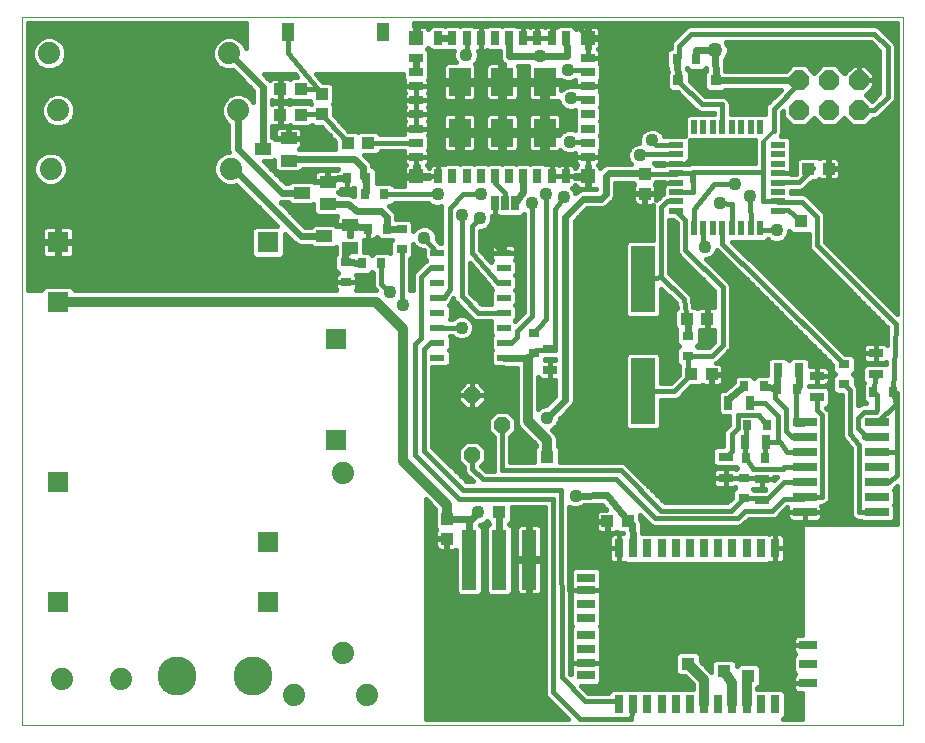
<source format=gtl>
G75*
%MOIN*%
%OFA0B0*%
%FSLAX25Y25*%
%IPPOS*%
%LPD*%
%AMOC8*
5,1,8,0,0,1.08239X$1,22.5*
%
%ADD10C,0.00000*%
%ADD11C,0.05000*%
%ADD12R,0.03937X0.05906*%
%ADD13R,0.03150X0.04724*%
%ADD14R,0.04724X0.03150*%
%ADD15R,0.04331X0.03937*%
%ADD16R,0.03937X0.04331*%
%ADD17C,0.07400*%
%ADD18R,0.03543X0.03740*%
%ADD19C,0.13000*%
%ADD20R,0.05512X0.03937*%
%ADD21R,0.03000X0.03700*%
%ADD22R,0.03700X0.03000*%
%ADD23R,0.02500X0.05000*%
%ADD24OC8,0.05600*%
%ADD25R,0.07124X0.07124*%
%ADD26R,0.08300X0.22000*%
%ADD27OC8,0.06600*%
%ADD28R,0.03150X0.06299*%
%ADD29R,0.06299X0.03150*%
%ADD30R,0.04724X0.02362*%
%ADD31R,0.02756X0.04724*%
%ADD32R,0.04724X0.02756*%
%ADD33R,0.07480X0.09449*%
%ADD34R,0.04724X0.04724*%
%ADD35R,0.04921X0.01969*%
%ADD36R,0.01969X0.04921*%
%ADD37R,0.05000X0.20000*%
%ADD38R,0.08000X0.02600*%
%ADD39C,0.01600*%
%ADD40C,0.04362*%
%ADD41C,0.02400*%
%ADD42C,0.01200*%
%ADD43C,0.03200*%
%ADD44R,0.04362X0.04362*%
D10*
X0002300Y0001800D02*
X0002300Y0237761D01*
X0296001Y0237761D01*
X0296001Y0001800D01*
X0002300Y0001800D01*
D11*
X0233300Y0226800D03*
D12*
X0122548Y0232800D03*
X0091052Y0232800D03*
D13*
X0237757Y0109300D03*
X0244843Y0109300D03*
X0243257Y0096300D03*
X0250343Y0096300D03*
X0254257Y0120300D03*
X0261343Y0120300D03*
D14*
X0267300Y0118343D03*
X0267300Y0111257D03*
X0286800Y0118757D03*
X0286800Y0125843D03*
X0236800Y0091343D03*
X0236800Y0084257D03*
X0248800Y0083843D03*
X0248800Y0076757D03*
X0178300Y0120257D03*
X0178300Y0127343D03*
D15*
X0223954Y0137300D03*
X0230646Y0137300D03*
X0232146Y0118800D03*
X0225454Y0118800D03*
X0204146Y0069800D03*
X0197454Y0069800D03*
X0264454Y0187300D03*
X0271146Y0187300D03*
X0117646Y0195800D03*
X0110954Y0195800D03*
X0095146Y0205300D03*
X0088454Y0205300D03*
X0088454Y0213800D03*
X0095146Y0213800D03*
D16*
X0102300Y0212146D03*
X0102300Y0205454D03*
X0209800Y0185646D03*
X0209800Y0178954D03*
X0143800Y0070646D03*
X0143800Y0063954D03*
D17*
X0109300Y0085800D03*
X0109300Y0025800D03*
X0117300Y0011800D03*
X0092800Y0011800D03*
X0035143Y0017300D03*
X0015457Y0017300D03*
X0011800Y0187300D03*
X0014300Y0206800D03*
X0011300Y0225800D03*
X0071300Y0225800D03*
X0074300Y0206800D03*
X0071800Y0187300D03*
D18*
X0221099Y0216800D03*
X0233501Y0216800D03*
D19*
X0079300Y0018300D03*
X0053800Y0018300D03*
D20*
X0111631Y0161060D03*
X0111631Y0168540D03*
X0102969Y0164800D03*
X0104131Y0175560D03*
X0104131Y0183040D03*
X0095469Y0179300D03*
X0091131Y0190060D03*
X0091131Y0197540D03*
X0082469Y0193800D03*
D21*
X0110500Y0184300D03*
X0116500Y0178800D03*
X0117100Y0184300D03*
X0123100Y0178800D03*
X0124100Y0167300D03*
X0117500Y0167300D03*
X0115500Y0155800D03*
X0122100Y0155800D03*
X0220500Y0223800D03*
X0227100Y0223800D03*
X0243000Y0114800D03*
X0249600Y0114800D03*
X0254000Y0113800D03*
X0260600Y0113800D03*
X0250600Y0101800D03*
X0244000Y0101800D03*
X0243500Y0090800D03*
X0250100Y0090800D03*
X0286000Y0112800D03*
X0292600Y0112800D03*
D22*
X0276300Y0115500D03*
X0276300Y0122100D03*
X0242800Y0084100D03*
X0242800Y0077500D03*
X0224300Y0125000D03*
X0224300Y0131600D03*
X0172800Y0132600D03*
X0172800Y0126000D03*
X0128800Y0160500D03*
X0128800Y0167100D03*
X0110300Y0156100D03*
X0110300Y0149500D03*
D23*
X0160100Y0175800D03*
X0163300Y0175800D03*
X0166500Y0175800D03*
D24*
X0152300Y0111800D03*
X0162300Y0101800D03*
X0152300Y0091800D03*
D25*
X0106800Y0097050D03*
X0106800Y0130550D03*
X0084300Y0162800D03*
X0014300Y0162800D03*
X0014300Y0142800D03*
X0014300Y0082800D03*
X0014300Y0042800D03*
X0084300Y0042800D03*
X0084300Y0062800D03*
D26*
X0209300Y0113100D03*
X0209300Y0150500D03*
D27*
X0261300Y0206800D03*
X0271300Y0206800D03*
X0281300Y0206800D03*
X0281300Y0216800D03*
X0271300Y0216800D03*
X0261300Y0216800D03*
D28*
X0253284Y0060784D03*
X0248560Y0060784D03*
X0243835Y0060784D03*
X0239111Y0060784D03*
X0234387Y0060784D03*
X0229662Y0060784D03*
X0224938Y0060784D03*
X0220213Y0060784D03*
X0215489Y0060784D03*
X0210765Y0060784D03*
X0206040Y0060784D03*
X0201316Y0060784D03*
X0201316Y0008816D03*
X0206040Y0008816D03*
X0210765Y0008816D03*
X0215489Y0008816D03*
X0220213Y0008816D03*
X0224938Y0008816D03*
X0229662Y0008816D03*
X0234387Y0008816D03*
X0239111Y0008816D03*
X0243835Y0008816D03*
X0248560Y0008816D03*
X0253284Y0008816D03*
D29*
X0264308Y0015902D03*
X0264308Y0022202D03*
X0264308Y0028501D03*
X0190292Y0027320D03*
X0190292Y0032044D03*
X0190292Y0037556D03*
X0190292Y0042280D03*
X0190292Y0047005D03*
X0190292Y0051029D03*
X0190292Y0022595D03*
X0190292Y0018571D03*
D30*
X0162824Y0124300D03*
X0162824Y0129300D03*
X0162824Y0134300D03*
X0162824Y0139300D03*
X0162824Y0144300D03*
X0162824Y0149300D03*
X0162824Y0154300D03*
X0162824Y0159300D03*
X0140776Y0159300D03*
X0140776Y0154300D03*
X0140776Y0149300D03*
X0140776Y0144300D03*
X0140776Y0139300D03*
X0140776Y0134300D03*
X0140776Y0129300D03*
X0140776Y0124300D03*
D31*
X0141040Y0184769D03*
X0145765Y0184769D03*
X0150489Y0184769D03*
X0155213Y0184769D03*
X0159938Y0184769D03*
X0164662Y0184769D03*
X0169387Y0184769D03*
X0174111Y0184769D03*
X0178835Y0184769D03*
X0183560Y0184769D03*
X0183560Y0230831D03*
X0178835Y0230831D03*
X0174111Y0230831D03*
X0169387Y0230831D03*
X0164662Y0230831D03*
X0159938Y0230831D03*
X0155213Y0230831D03*
X0150489Y0230831D03*
X0145765Y0230831D03*
X0141040Y0230831D03*
D32*
X0133757Y0224335D03*
X0133757Y0219611D03*
X0133757Y0214887D03*
X0133757Y0210162D03*
X0133757Y0205438D03*
X0133757Y0200713D03*
X0133757Y0195989D03*
X0133757Y0191265D03*
X0190843Y0191265D03*
X0190843Y0195989D03*
X0190843Y0200713D03*
X0190843Y0205438D03*
X0190843Y0210162D03*
X0190843Y0214887D03*
X0190843Y0219611D03*
X0190843Y0224335D03*
D33*
X0176473Y0216265D03*
X0162300Y0216265D03*
X0148127Y0216265D03*
X0148127Y0199335D03*
X0162300Y0199335D03*
X0176473Y0199335D03*
D34*
X0190843Y0184769D03*
X0133757Y0184769D03*
X0133757Y0230831D03*
X0190843Y0230831D03*
D35*
X0220400Y0195324D03*
X0220400Y0192174D03*
X0220400Y0189024D03*
X0220400Y0185875D03*
X0220400Y0182725D03*
X0220400Y0179576D03*
X0220400Y0176426D03*
X0220400Y0173276D03*
X0254200Y0173276D03*
X0254200Y0176426D03*
X0254200Y0179576D03*
X0254200Y0182725D03*
X0254200Y0185875D03*
X0254200Y0189024D03*
X0254200Y0192174D03*
X0254200Y0195324D03*
D36*
X0248324Y0201200D03*
X0245174Y0201200D03*
X0242024Y0201200D03*
X0238875Y0201200D03*
X0235725Y0201200D03*
X0232576Y0201200D03*
X0229426Y0201200D03*
X0226276Y0201200D03*
X0226276Y0167400D03*
X0229426Y0167400D03*
X0232576Y0167400D03*
X0235725Y0167400D03*
X0238875Y0167400D03*
X0242024Y0167400D03*
X0245174Y0167400D03*
X0248324Y0167400D03*
D37*
X0171300Y0057050D03*
X0161300Y0057050D03*
X0151300Y0057050D03*
D38*
X0263200Y0072800D03*
X0263200Y0077800D03*
X0263200Y0082800D03*
X0263200Y0087800D03*
X0263200Y0092800D03*
X0263200Y0097800D03*
X0263200Y0102800D03*
X0287400Y0102800D03*
X0287400Y0097800D03*
X0287400Y0092800D03*
X0287400Y0087800D03*
X0287400Y0082800D03*
X0287400Y0077800D03*
X0287400Y0072800D03*
D39*
X0281300Y0072800D01*
X0281300Y0095300D01*
X0278300Y0098800D01*
X0278300Y0113500D01*
X0276300Y0115500D01*
X0280150Y0115610D02*
X0280674Y0115086D01*
X0281100Y0114057D01*
X0281100Y0108560D01*
X0281214Y0108674D01*
X0282243Y0109100D01*
X0283522Y0109100D01*
X0282500Y0110122D01*
X0282500Y0115478D01*
X0282906Y0115885D01*
X0282438Y0116353D01*
X0282438Y0121160D01*
X0283609Y0122331D01*
X0289991Y0122331D01*
X0290208Y0122114D01*
X0290238Y0122811D01*
X0289857Y0122591D01*
X0289399Y0122469D01*
X0286800Y0122469D01*
X0286800Y0125843D01*
X0286800Y0125843D01*
X0286800Y0122468D01*
X0284201Y0122469D01*
X0283743Y0122591D01*
X0283333Y0122828D01*
X0282997Y0123163D01*
X0282760Y0123574D01*
X0282638Y0124032D01*
X0282638Y0125843D01*
X0286800Y0125843D01*
X0286800Y0125843D01*
X0282638Y0125843D01*
X0282638Y0127655D01*
X0282760Y0128113D01*
X0282997Y0128523D01*
X0283333Y0128858D01*
X0283743Y0129095D01*
X0284201Y0129218D01*
X0286800Y0129218D01*
X0286800Y0125843D01*
X0286800Y0129218D01*
X0289399Y0129218D01*
X0289857Y0129095D01*
X0290267Y0128858D01*
X0290495Y0128631D01*
X0290748Y0134392D01*
X0265714Y0159426D01*
X0264926Y0160214D01*
X0264500Y0161243D01*
X0264500Y0165619D01*
X0258790Y0165619D01*
X0257981Y0166428D01*
X0257981Y0165968D01*
X0257345Y0164432D01*
X0256168Y0163255D01*
X0254632Y0162619D01*
X0252968Y0162619D01*
X0251432Y0163255D01*
X0250942Y0163745D01*
X0250136Y0162939D01*
X0238970Y0162939D01*
X0250285Y0152059D01*
X0250311Y0152049D01*
X0250686Y0151674D01*
X0251067Y0151307D01*
X0251079Y0151281D01*
X0276760Y0125600D01*
X0278978Y0125600D01*
X0280150Y0124428D01*
X0280150Y0119772D01*
X0279178Y0118800D01*
X0280150Y0117828D01*
X0280150Y0115610D01*
X0280465Y0115294D02*
X0282500Y0115294D01*
X0282500Y0113696D02*
X0281100Y0113696D01*
X0281100Y0112097D02*
X0282500Y0112097D01*
X0282500Y0110499D02*
X0281100Y0110499D01*
X0281100Y0108900D02*
X0281761Y0108900D01*
X0282800Y0106300D02*
X0286800Y0106300D01*
X0287300Y0106800D01*
X0287300Y0112000D01*
X0286000Y0112800D01*
X0287000Y0118643D01*
X0286800Y0118757D01*
X0282438Y0118491D02*
X0279487Y0118491D01*
X0280150Y0116893D02*
X0282438Y0116893D01*
X0282438Y0120090D02*
X0280150Y0120090D01*
X0280150Y0121688D02*
X0282966Y0121688D01*
X0282926Y0123287D02*
X0280150Y0123287D01*
X0279693Y0124885D02*
X0282638Y0124885D01*
X0282638Y0126484D02*
X0275876Y0126484D01*
X0274277Y0128082D02*
X0282752Y0128082D01*
X0286800Y0128082D02*
X0286800Y0128082D01*
X0286800Y0126484D02*
X0286800Y0126484D01*
X0286800Y0125843D02*
X0286800Y0125843D01*
X0286800Y0124885D02*
X0286800Y0124885D01*
X0286800Y0123287D02*
X0286800Y0123287D01*
X0290541Y0129681D02*
X0272679Y0129681D01*
X0271080Y0131279D02*
X0290611Y0131279D01*
X0290682Y0132878D02*
X0269482Y0132878D01*
X0267883Y0134476D02*
X0290664Y0134476D01*
X0289065Y0136075D02*
X0266285Y0136075D01*
X0264686Y0137673D02*
X0287467Y0137673D01*
X0285868Y0139272D02*
X0263088Y0139272D01*
X0261489Y0140870D02*
X0284270Y0140870D01*
X0282671Y0142469D02*
X0259891Y0142469D01*
X0258292Y0144068D02*
X0281073Y0144068D01*
X0279474Y0145666D02*
X0256694Y0145666D01*
X0255095Y0147265D02*
X0277876Y0147265D01*
X0276277Y0148863D02*
X0253497Y0148863D01*
X0251898Y0150462D02*
X0274679Y0150462D01*
X0273080Y0152060D02*
X0250284Y0152060D01*
X0248622Y0153659D02*
X0271482Y0153659D01*
X0269883Y0155257D02*
X0246959Y0155257D01*
X0245297Y0156856D02*
X0268285Y0156856D01*
X0266686Y0158454D02*
X0243634Y0158454D01*
X0241972Y0160053D02*
X0265088Y0160053D01*
X0264500Y0161651D02*
X0240310Y0161651D01*
X0235725Y0162175D02*
X0235725Y0167400D01*
X0238875Y0167400D02*
X0238875Y0175725D01*
X0234800Y0175800D01*
X0232800Y0182300D02*
X0226276Y0173776D01*
X0226276Y0167400D01*
X0229426Y0167400D02*
X0229426Y0161674D01*
X0229800Y0161300D01*
X0233832Y0160108D02*
X0233345Y0158932D01*
X0232168Y0157755D01*
X0230632Y0157119D01*
X0230441Y0157119D01*
X0238174Y0149386D01*
X0238600Y0148357D01*
X0238600Y0127943D01*
X0238174Y0126914D01*
X0233886Y0122626D01*
X0233747Y0122568D01*
X0234549Y0122568D01*
X0235007Y0122446D01*
X0235417Y0122209D01*
X0235752Y0121874D01*
X0235989Y0121463D01*
X0236112Y0121005D01*
X0236112Y0118984D01*
X0232331Y0118984D01*
X0232331Y0118616D01*
X0236112Y0118616D01*
X0236112Y0116595D01*
X0235989Y0116137D01*
X0235752Y0115726D01*
X0235417Y0115391D01*
X0235007Y0115154D01*
X0234549Y0115031D01*
X0232331Y0115031D01*
X0232331Y0118616D01*
X0231962Y0118616D01*
X0231962Y0115031D01*
X0229744Y0115031D01*
X0229286Y0115154D01*
X0228959Y0115343D01*
X0228447Y0114831D01*
X0225445Y0114831D01*
X0221340Y0110726D01*
X0220310Y0110300D01*
X0215450Y0110300D01*
X0215450Y0101272D01*
X0214278Y0100100D01*
X0204322Y0100100D01*
X0203150Y0101272D01*
X0203150Y0124928D01*
X0204322Y0126100D01*
X0214278Y0126100D01*
X0215450Y0124928D01*
X0215450Y0115900D01*
X0218594Y0115900D01*
X0221288Y0118594D01*
X0221288Y0121597D01*
X0221406Y0121715D01*
X0220450Y0122672D01*
X0220450Y0127328D01*
X0221422Y0128300D01*
X0220450Y0129272D01*
X0220450Y0133841D01*
X0219788Y0134503D01*
X0219788Y0140097D01*
X0220462Y0140770D01*
X0220184Y0142457D01*
X0215450Y0147190D01*
X0215450Y0138672D01*
X0214278Y0137500D01*
X0204322Y0137500D01*
X0203150Y0138672D01*
X0203150Y0162328D01*
X0204322Y0163500D01*
X0212500Y0163500D01*
X0212500Y0175074D01*
X0212532Y0175150D01*
X0212463Y0175111D01*
X0212005Y0174988D01*
X0209984Y0174988D01*
X0209984Y0178769D01*
X0209616Y0178769D01*
X0209616Y0174988D01*
X0207595Y0174988D01*
X0207137Y0175111D01*
X0206726Y0175348D01*
X0206391Y0175683D01*
X0206154Y0176093D01*
X0206031Y0176551D01*
X0206031Y0178769D01*
X0209616Y0178769D01*
X0209616Y0179138D01*
X0206031Y0179138D01*
X0206031Y0181356D01*
X0206154Y0181814D01*
X0206343Y0182141D01*
X0205884Y0182600D01*
X0200000Y0182600D01*
X0200000Y0178163D01*
X0199513Y0176987D01*
X0198013Y0175487D01*
X0197113Y0174587D01*
X0195937Y0174100D01*
X0190625Y0174100D01*
X0186500Y0169975D01*
X0186500Y0109663D01*
X0186013Y0108487D01*
X0181481Y0103956D01*
X0181481Y0103468D01*
X0180845Y0101932D01*
X0179668Y0100755D01*
X0178797Y0100394D01*
X0180352Y0098839D01*
X0180900Y0097516D01*
X0180900Y0094891D01*
X0181481Y0094310D01*
X0181481Y0089600D01*
X0202357Y0089600D01*
X0203386Y0089174D01*
X0216460Y0076100D01*
X0237440Y0076100D01*
X0238950Y0077610D01*
X0238950Y0079828D01*
X0240121Y0081000D01*
X0239985Y0081079D01*
X0239857Y0081005D01*
X0239399Y0080882D01*
X0236800Y0080882D01*
X0236800Y0084257D01*
X0236800Y0084257D01*
X0236800Y0087631D01*
X0234201Y0087631D01*
X0233743Y0087509D01*
X0233333Y0087272D01*
X0232997Y0086937D01*
X0232760Y0086526D01*
X0232638Y0086068D01*
X0232638Y0084257D01*
X0236800Y0084257D01*
X0236800Y0087631D01*
X0239399Y0087631D01*
X0239857Y0087509D01*
X0240257Y0087278D01*
X0240713Y0087400D01*
X0240722Y0087400D01*
X0240172Y0087950D01*
X0239991Y0087769D01*
X0233609Y0087769D01*
X0232438Y0088940D01*
X0232438Y0093747D01*
X0233609Y0094918D01*
X0236000Y0094918D01*
X0236000Y0099357D01*
X0236426Y0100386D01*
X0237214Y0101174D01*
X0238000Y0101960D01*
X0238000Y0104938D01*
X0235353Y0104938D01*
X0234182Y0106109D01*
X0234182Y0112491D01*
X0235353Y0113662D01*
X0236507Y0113662D01*
X0239500Y0116084D01*
X0239500Y0117478D01*
X0240672Y0118650D01*
X0245328Y0118650D01*
X0246300Y0117678D01*
X0247272Y0118650D01*
X0250682Y0118650D01*
X0250682Y0123491D01*
X0251853Y0124662D01*
X0256660Y0124662D01*
X0257800Y0123522D01*
X0258940Y0124662D01*
X0263747Y0124662D01*
X0264918Y0123491D01*
X0264918Y0121718D01*
X0267300Y0121718D01*
X0267300Y0118343D01*
X0267300Y0114969D01*
X0269899Y0114969D01*
X0270357Y0115091D01*
X0270767Y0115328D01*
X0271103Y0115663D01*
X0271340Y0116074D01*
X0271462Y0116532D01*
X0271462Y0118343D01*
X0267300Y0118343D01*
X0267300Y0118343D01*
X0267300Y0114968D01*
X0264701Y0114969D01*
X0264572Y0115003D01*
X0264547Y0114831D01*
X0270491Y0114831D01*
X0271662Y0113660D01*
X0271662Y0108853D01*
X0270491Y0107682D01*
X0270378Y0107682D01*
X0271174Y0106886D01*
X0271600Y0105857D01*
X0271600Y0077243D01*
X0271174Y0076214D01*
X0270386Y0075426D01*
X0269357Y0075000D01*
X0268759Y0075000D01*
X0268877Y0074795D01*
X0269000Y0074337D01*
X0269000Y0072800D01*
X0263200Y0072800D01*
X0263200Y0072800D01*
X0269000Y0072800D01*
X0269000Y0071263D01*
X0268877Y0070805D01*
X0268640Y0070395D01*
X0268305Y0070060D01*
X0267895Y0069823D01*
X0267437Y0069700D01*
X0263200Y0069700D01*
X0263200Y0072800D01*
X0263200Y0072800D01*
X0263200Y0072800D01*
X0257400Y0072800D01*
X0257400Y0074337D01*
X0257438Y0074478D01*
X0253886Y0070926D01*
X0252857Y0070500D01*
X0244460Y0070500D01*
X0242386Y0068426D01*
X0241357Y0068000D01*
X0212743Y0068000D01*
X0211714Y0068426D01*
X0210926Y0069214D01*
X0208312Y0071828D01*
X0208312Y0070829D01*
X0208406Y0070620D01*
X0208558Y0070425D01*
X0208664Y0070045D01*
X0208826Y0069685D01*
X0208833Y0069438D01*
X0208900Y0069199D01*
X0208852Y0068807D01*
X0208938Y0065934D01*
X0250963Y0065934D01*
X0251228Y0065668D01*
X0251472Y0065734D01*
X0253284Y0065734D01*
X0253284Y0060784D01*
X0253284Y0060784D01*
X0253284Y0055835D01*
X0251472Y0055835D01*
X0251228Y0055900D01*
X0250963Y0055635D01*
X0203637Y0055635D01*
X0203372Y0055900D01*
X0203128Y0055835D01*
X0201316Y0055835D01*
X0201316Y0060784D01*
X0201316Y0060784D01*
X0201316Y0055835D01*
X0199504Y0055835D01*
X0199046Y0055957D01*
X0198636Y0056194D01*
X0198301Y0056529D01*
X0198064Y0056940D01*
X0197941Y0057398D01*
X0197941Y0060784D01*
X0201316Y0060784D01*
X0201316Y0060784D01*
X0201316Y0060784D01*
X0201316Y0065734D01*
X0202541Y0065734D01*
X0202538Y0065831D01*
X0201153Y0065831D01*
X0200641Y0066343D01*
X0200314Y0066154D01*
X0199856Y0066031D01*
X0197638Y0066031D01*
X0197638Y0069616D01*
X0197269Y0069616D01*
X0193488Y0069616D01*
X0193488Y0067595D01*
X0193611Y0067137D01*
X0193848Y0066726D01*
X0194183Y0066391D01*
X0194593Y0066154D01*
X0195051Y0066031D01*
X0197269Y0066031D01*
X0197269Y0069616D01*
X0197269Y0069984D01*
X0193488Y0069984D01*
X0193488Y0072005D01*
X0193611Y0072463D01*
X0193848Y0072874D01*
X0194183Y0073209D01*
X0194593Y0073446D01*
X0195051Y0073568D01*
X0196982Y0073568D01*
X0195637Y0075231D01*
X0189553Y0075141D01*
X0189168Y0074755D01*
X0187632Y0074119D01*
X0185968Y0074119D01*
X0184645Y0074667D01*
X0185091Y0018917D01*
X0185143Y0018862D01*
X0185143Y0020974D01*
X0185343Y0021174D01*
X0185343Y0022595D01*
X0190292Y0022595D01*
X0190292Y0022595D01*
X0190292Y0022595D01*
X0195242Y0022595D01*
X0195242Y0021174D01*
X0195442Y0020974D01*
X0195442Y0016168D01*
X0194270Y0014996D01*
X0188767Y0014996D01*
X0191013Y0012600D01*
X0197741Y0012600D01*
X0197741Y0012794D01*
X0198913Y0013965D01*
X0226062Y0013965D01*
X0226062Y0015447D01*
X0223390Y0018119D01*
X0221290Y0018119D01*
X0220119Y0019290D01*
X0220119Y0025310D01*
X0221290Y0026481D01*
X0227310Y0026481D01*
X0228481Y0025310D01*
X0228481Y0023210D01*
X0232119Y0019572D01*
X0232119Y0022810D01*
X0233290Y0023981D01*
X0239310Y0023981D01*
X0240481Y0022810D01*
X0240481Y0021672D01*
X0241290Y0022481D01*
X0247310Y0022481D01*
X0248481Y0021310D01*
X0248481Y0015290D01*
X0247435Y0014245D01*
X0247435Y0013965D01*
X0255687Y0013965D01*
X0256859Y0012794D01*
X0256859Y0004838D01*
X0255821Y0003800D01*
X0262300Y0003800D01*
X0262300Y0012528D01*
X0260921Y0012528D01*
X0260463Y0012650D01*
X0260053Y0012887D01*
X0259718Y0013222D01*
X0259481Y0013633D01*
X0259358Y0014091D01*
X0259358Y0015902D01*
X0262300Y0015902D01*
X0262300Y0015902D01*
X0259358Y0015902D01*
X0259358Y0017714D01*
X0259481Y0018172D01*
X0259718Y0018582D01*
X0260046Y0018911D01*
X0259158Y0019798D01*
X0259158Y0024605D01*
X0260046Y0025493D01*
X0259718Y0025821D01*
X0259481Y0026231D01*
X0259358Y0026689D01*
X0259358Y0028501D01*
X0262300Y0028501D01*
X0262300Y0028501D01*
X0259358Y0028501D01*
X0259358Y0030313D01*
X0259481Y0030770D01*
X0259718Y0031181D01*
X0260053Y0031516D01*
X0260463Y0031753D01*
X0260921Y0031876D01*
X0262300Y0031876D01*
X0262300Y0068800D01*
X0294001Y0068800D01*
X0294001Y0081541D01*
X0293400Y0080940D01*
X0293400Y0080672D01*
X0293028Y0080300D01*
X0293400Y0079928D01*
X0293400Y0075672D01*
X0293028Y0075300D01*
X0293400Y0074928D01*
X0293400Y0070672D01*
X0292228Y0069500D01*
X0282572Y0069500D01*
X0282072Y0070000D01*
X0280743Y0070000D01*
X0279714Y0070426D01*
X0278926Y0071214D01*
X0278500Y0072243D01*
X0278500Y0094264D01*
X0276244Y0096896D01*
X0275926Y0097214D01*
X0275884Y0097316D01*
X0275812Y0097401D01*
X0275672Y0097828D01*
X0275500Y0098243D01*
X0275500Y0098354D01*
X0275466Y0098459D01*
X0275500Y0098908D01*
X0275500Y0112000D01*
X0273622Y0112000D01*
X0272450Y0113172D01*
X0272450Y0117828D01*
X0273422Y0118800D01*
X0272450Y0119772D01*
X0272450Y0121990D01*
X0246765Y0147676D01*
X0234165Y0159790D01*
X0234139Y0159801D01*
X0233832Y0160108D01*
X0233809Y0160053D02*
X0233888Y0160053D01*
X0232867Y0158454D02*
X0235555Y0158454D01*
X0237217Y0156856D02*
X0230704Y0156856D01*
X0232303Y0155257D02*
X0238880Y0155257D01*
X0240542Y0153659D02*
X0233901Y0153659D01*
X0235500Y0152060D02*
X0242205Y0152060D01*
X0243867Y0150462D02*
X0237098Y0150462D01*
X0238390Y0148863D02*
X0245530Y0148863D01*
X0247176Y0147265D02*
X0238600Y0147265D01*
X0238600Y0145666D02*
X0248774Y0145666D01*
X0250373Y0144068D02*
X0238600Y0144068D01*
X0238600Y0142469D02*
X0251971Y0142469D01*
X0253570Y0140870D02*
X0238600Y0140870D01*
X0238600Y0139272D02*
X0255168Y0139272D01*
X0256767Y0137673D02*
X0238600Y0137673D01*
X0238600Y0136075D02*
X0258365Y0136075D01*
X0259964Y0134476D02*
X0238600Y0134476D01*
X0238600Y0132878D02*
X0261562Y0132878D01*
X0263161Y0131279D02*
X0238600Y0131279D01*
X0238600Y0129681D02*
X0264759Y0129681D01*
X0266358Y0128082D02*
X0238600Y0128082D01*
X0237744Y0126484D02*
X0267956Y0126484D01*
X0269555Y0124885D02*
X0236145Y0124885D01*
X0234547Y0123287D02*
X0250682Y0123287D01*
X0250682Y0121688D02*
X0235859Y0121688D01*
X0236112Y0120090D02*
X0250682Y0120090D01*
X0247113Y0118491D02*
X0245487Y0118491D01*
X0240513Y0118491D02*
X0236112Y0118491D01*
X0236112Y0116893D02*
X0239500Y0116893D01*
X0238524Y0115294D02*
X0235249Y0115294D01*
X0236549Y0113696D02*
X0224309Y0113696D01*
X0222711Y0112097D02*
X0234182Y0112097D01*
X0234182Y0110499D02*
X0220790Y0110499D01*
X0219754Y0113100D02*
X0224754Y0118100D01*
X0225454Y0118800D01*
X0224300Y0119954D01*
X0224300Y0125000D01*
X0232300Y0125000D01*
X0235800Y0128500D01*
X0235800Y0147800D01*
X0223300Y0160300D01*
X0223300Y0170376D01*
X0220400Y0173276D01*
X0220400Y0176426D02*
X0217209Y0176426D01*
X0215300Y0174517D01*
X0215300Y0151300D01*
X0222800Y0143800D01*
X0223954Y0136800D01*
X0219788Y0136075D02*
X0186500Y0136075D01*
X0186500Y0137673D02*
X0204148Y0137673D01*
X0203150Y0139272D02*
X0186500Y0139272D01*
X0186500Y0140870D02*
X0203150Y0140870D01*
X0203150Y0142469D02*
X0186500Y0142469D01*
X0186500Y0144068D02*
X0203150Y0144068D01*
X0203150Y0145666D02*
X0186500Y0145666D01*
X0186500Y0147265D02*
X0203150Y0147265D01*
X0203150Y0148863D02*
X0186500Y0148863D01*
X0186500Y0150462D02*
X0203150Y0150462D01*
X0203150Y0152060D02*
X0186500Y0152060D01*
X0186500Y0153659D02*
X0203150Y0153659D01*
X0203150Y0155257D02*
X0186500Y0155257D01*
X0186500Y0156856D02*
X0203150Y0156856D01*
X0203150Y0158454D02*
X0186500Y0158454D01*
X0186500Y0160053D02*
X0203150Y0160053D01*
X0203150Y0161651D02*
X0186500Y0161651D01*
X0186500Y0163250D02*
X0204071Y0163250D01*
X0212500Y0164848D02*
X0186500Y0164848D01*
X0186500Y0166447D02*
X0212500Y0166447D01*
X0212500Y0168045D02*
X0186500Y0168045D01*
X0186500Y0169644D02*
X0212500Y0169644D01*
X0212500Y0171242D02*
X0187768Y0171242D01*
X0189366Y0172841D02*
X0212500Y0172841D01*
X0212500Y0174439D02*
X0196755Y0174439D01*
X0198563Y0176038D02*
X0206186Y0176038D01*
X0206031Y0177636D02*
X0199782Y0177636D01*
X0200000Y0179235D02*
X0206031Y0179235D01*
X0206031Y0180833D02*
X0200000Y0180833D01*
X0200000Y0182432D02*
X0206052Y0182432D01*
X0209800Y0185646D02*
X0220400Y0185646D01*
X0220400Y0185875D01*
X0220400Y0185800D01*
X0225576Y0185800D01*
X0225800Y0179576D01*
X0225800Y0186300D01*
X0249300Y0186300D01*
X0249300Y0196300D01*
X0246500Y0196739D02*
X0246500Y0189100D01*
X0225841Y0189100D01*
X0225325Y0189115D01*
X0225285Y0189100D01*
X0225243Y0189100D01*
X0224766Y0188902D01*
X0224661Y0188862D01*
X0224661Y0189024D01*
X0220400Y0189024D01*
X0220400Y0189024D01*
X0216139Y0189024D01*
X0216139Y0188446D01*
X0213768Y0188446D01*
X0213768Y0188640D01*
X0213035Y0189374D01*
X0216139Y0189374D01*
X0216139Y0189024D01*
X0220400Y0189024D01*
X0220400Y0189024D01*
X0220624Y0188800D01*
X0223300Y0188800D01*
X0226800Y0192300D01*
X0235300Y0192300D01*
X0235725Y0201200D02*
X0235725Y0208675D01*
X0235600Y0208800D01*
X0228800Y0208800D01*
X0221000Y0216600D01*
X0220800Y0216600D01*
X0217328Y0216001D02*
X0195005Y0216001D01*
X0195005Y0216502D02*
X0195005Y0214887D01*
X0190843Y0214887D01*
X0190843Y0214887D01*
X0186681Y0214887D01*
X0186681Y0216502D01*
X0186779Y0216866D01*
X0186668Y0216755D01*
X0185132Y0216119D01*
X0183468Y0216119D01*
X0181932Y0216755D01*
X0181622Y0217065D01*
X0177273Y0217065D01*
X0177273Y0215465D01*
X0182013Y0215465D01*
X0182013Y0213426D01*
X0182932Y0214345D01*
X0184468Y0214981D01*
X0186132Y0214981D01*
X0186681Y0214754D01*
X0186681Y0214887D01*
X0190843Y0214887D01*
X0190843Y0214887D01*
X0195005Y0214887D01*
X0195005Y0213272D01*
X0194883Y0212814D01*
X0194838Y0212736D01*
X0195205Y0212369D01*
X0195205Y0207956D01*
X0195050Y0207800D01*
X0195205Y0207644D01*
X0195205Y0203231D01*
X0195050Y0203076D01*
X0195205Y0202920D01*
X0195205Y0198507D01*
X0195050Y0198351D01*
X0195205Y0198195D01*
X0195205Y0193783D01*
X0194838Y0193415D01*
X0194883Y0193337D01*
X0195005Y0192879D01*
X0195005Y0191265D01*
X0190843Y0191265D01*
X0190843Y0191264D01*
X0190843Y0191264D01*
X0190843Y0188087D01*
X0190462Y0188087D01*
X0190462Y0185150D01*
X0191224Y0185150D01*
X0191224Y0188087D01*
X0190843Y0188087D01*
X0190843Y0191264D01*
X0186681Y0191264D01*
X0186681Y0189650D01*
X0186804Y0189192D01*
X0187041Y0188781D01*
X0187313Y0188509D01*
X0187041Y0188236D01*
X0186804Y0187825D01*
X0186709Y0187473D01*
X0186615Y0187825D01*
X0186378Y0188236D01*
X0186043Y0188571D01*
X0185633Y0188808D01*
X0185175Y0188931D01*
X0183560Y0188931D01*
X0183560Y0184769D01*
X0183560Y0184769D01*
X0183560Y0188931D01*
X0181945Y0188931D01*
X0181487Y0188808D01*
X0181198Y0188641D01*
X0180908Y0188808D01*
X0180450Y0188931D01*
X0178835Y0188931D01*
X0177220Y0188931D01*
X0176763Y0188808D01*
X0176685Y0188763D01*
X0176317Y0189131D01*
X0171905Y0189131D01*
X0171749Y0188975D01*
X0171593Y0189131D01*
X0167180Y0189131D01*
X0167024Y0188975D01*
X0166869Y0189131D01*
X0162456Y0189131D01*
X0162300Y0188975D01*
X0162144Y0189131D01*
X0157731Y0189131D01*
X0157576Y0188975D01*
X0157420Y0189131D01*
X0153007Y0189131D01*
X0152851Y0188975D01*
X0152695Y0189131D01*
X0148283Y0189131D01*
X0148127Y0188975D01*
X0147971Y0189131D01*
X0143558Y0189131D01*
X0143191Y0188763D01*
X0143113Y0188808D01*
X0142655Y0188931D01*
X0141040Y0188931D01*
X0139425Y0188931D01*
X0138967Y0188808D01*
X0138557Y0188571D01*
X0138222Y0188236D01*
X0137985Y0187825D01*
X0137891Y0187473D01*
X0137796Y0187825D01*
X0137559Y0188236D01*
X0137287Y0188509D01*
X0137559Y0188781D01*
X0137796Y0189192D01*
X0137919Y0189650D01*
X0137919Y0191264D01*
X0133757Y0191264D01*
X0133757Y0188087D01*
X0134138Y0188087D01*
X0134138Y0185150D01*
X0133376Y0185150D01*
X0133376Y0188087D01*
X0133757Y0188087D01*
X0133757Y0191264D01*
X0133757Y0191264D01*
X0133757Y0191265D01*
X0137919Y0191265D01*
X0137919Y0192879D01*
X0137796Y0193337D01*
X0137751Y0193415D01*
X0138119Y0193783D01*
X0138119Y0198195D01*
X0137751Y0198563D01*
X0137796Y0198641D01*
X0137919Y0199098D01*
X0137919Y0200713D01*
X0133757Y0200713D01*
X0133757Y0200713D01*
X0137919Y0200713D01*
X0137919Y0202328D01*
X0137796Y0202786D01*
X0137629Y0203076D01*
X0137796Y0203365D01*
X0137919Y0203823D01*
X0137919Y0205438D01*
X0137919Y0207053D01*
X0137796Y0207511D01*
X0137629Y0207800D01*
X0137796Y0208089D01*
X0137919Y0208547D01*
X0137919Y0210162D01*
X0133757Y0210162D01*
X0133757Y0210162D01*
X0133757Y0205438D01*
X0137919Y0205438D01*
X0133757Y0205438D01*
X0133757Y0205438D01*
X0133757Y0205438D01*
X0133757Y0208616D01*
X0133757Y0210162D01*
X0133757Y0210162D01*
X0137919Y0210162D01*
X0137919Y0211777D01*
X0137796Y0212235D01*
X0137629Y0212524D01*
X0137796Y0212814D01*
X0137919Y0213272D01*
X0137919Y0214887D01*
X0137919Y0216502D01*
X0137796Y0216959D01*
X0137751Y0217037D01*
X0138119Y0217405D01*
X0138119Y0221817D01*
X0137963Y0221973D01*
X0138119Y0222129D01*
X0138119Y0226542D01*
X0137428Y0227233D01*
X0137559Y0227364D01*
X0137698Y0227605D01*
X0138834Y0226469D01*
X0143247Y0226469D01*
X0143402Y0226625D01*
X0143558Y0226469D01*
X0146259Y0226469D01*
X0146119Y0226132D01*
X0146119Y0224468D01*
X0146755Y0222932D01*
X0146898Y0222789D01*
X0144150Y0222789D01*
X0143692Y0222666D01*
X0143281Y0222429D01*
X0142946Y0222094D01*
X0142709Y0221684D01*
X0142587Y0221226D01*
X0142587Y0217065D01*
X0147327Y0217065D01*
X0147327Y0215465D01*
X0142587Y0215465D01*
X0142587Y0211303D01*
X0142709Y0210845D01*
X0142946Y0210435D01*
X0143281Y0210100D01*
X0143692Y0209863D01*
X0144150Y0209740D01*
X0147327Y0209740D01*
X0147327Y0215465D01*
X0148927Y0215465D01*
X0148927Y0217065D01*
X0153667Y0217065D01*
X0153667Y0221226D01*
X0153544Y0221684D01*
X0153307Y0222094D01*
X0153157Y0222244D01*
X0153845Y0222932D01*
X0154481Y0224468D01*
X0154481Y0226132D01*
X0154258Y0226669D01*
X0155213Y0226669D01*
X0155213Y0230831D01*
X0155213Y0230831D01*
X0155213Y0226669D01*
X0156828Y0226669D01*
X0157286Y0226792D01*
X0157364Y0226837D01*
X0157731Y0226469D01*
X0161462Y0226469D01*
X0161462Y0224965D01*
X0161452Y0224356D01*
X0161462Y0224329D01*
X0161462Y0224301D01*
X0161695Y0223738D01*
X0161919Y0223171D01*
X0161939Y0223151D01*
X0161949Y0223125D01*
X0162380Y0222694D01*
X0162804Y0222256D01*
X0162830Y0222245D01*
X0162850Y0222225D01*
X0163100Y0222121D01*
X0163100Y0217065D01*
X0161500Y0217065D01*
X0161500Y0222789D01*
X0158323Y0222789D01*
X0157865Y0222666D01*
X0157455Y0222429D01*
X0157119Y0222094D01*
X0156883Y0221684D01*
X0156760Y0221226D01*
X0156760Y0217065D01*
X0161500Y0217065D01*
X0161500Y0215465D01*
X0156760Y0215465D01*
X0156760Y0211303D01*
X0156883Y0210845D01*
X0157119Y0210435D01*
X0157455Y0210100D01*
X0157865Y0209863D01*
X0158323Y0209740D01*
X0161500Y0209740D01*
X0161500Y0215465D01*
X0163100Y0215465D01*
X0163100Y0217065D01*
X0167840Y0217065D01*
X0167840Y0221226D01*
X0167717Y0221684D01*
X0167716Y0221686D01*
X0171041Y0221629D01*
X0170933Y0221226D01*
X0170933Y0217065D01*
X0175673Y0217065D01*
X0175673Y0215465D01*
X0170933Y0215465D01*
X0170933Y0211303D01*
X0171056Y0210845D01*
X0171293Y0210435D01*
X0171628Y0210100D01*
X0172038Y0209863D01*
X0172496Y0209740D01*
X0175673Y0209740D01*
X0175673Y0215465D01*
X0177273Y0215465D01*
X0177273Y0209740D01*
X0180450Y0209740D01*
X0180908Y0209863D01*
X0181119Y0209984D01*
X0181119Y0209968D01*
X0181755Y0208432D01*
X0182932Y0207255D01*
X0184468Y0206619D01*
X0186132Y0206619D01*
X0186481Y0206764D01*
X0186481Y0203231D01*
X0186637Y0203076D01*
X0186481Y0202920D01*
X0186481Y0200129D01*
X0185632Y0200481D01*
X0183968Y0200481D01*
X0182432Y0199845D01*
X0181255Y0198668D01*
X0181200Y0198535D01*
X0177273Y0198535D01*
X0177273Y0192811D01*
X0180450Y0192811D01*
X0180908Y0192934D01*
X0181319Y0193171D01*
X0181654Y0193506D01*
X0181664Y0193523D01*
X0182432Y0192755D01*
X0183968Y0192119D01*
X0185632Y0192119D01*
X0186681Y0192554D01*
X0186681Y0191265D01*
X0190843Y0191265D01*
X0190843Y0191264D01*
X0195005Y0191264D01*
X0195005Y0189650D01*
X0194883Y0189192D01*
X0194646Y0188781D01*
X0194373Y0188509D01*
X0194646Y0188236D01*
X0194883Y0187825D01*
X0194971Y0187496D01*
X0194987Y0187513D01*
X0195987Y0188513D01*
X0197163Y0189000D01*
X0205187Y0189000D01*
X0204755Y0189432D01*
X0204119Y0190968D01*
X0204119Y0192632D01*
X0204755Y0194168D01*
X0205932Y0195345D01*
X0207468Y0195981D01*
X0208119Y0195981D01*
X0208119Y0197632D01*
X0208755Y0199168D01*
X0209932Y0200345D01*
X0211468Y0200981D01*
X0213132Y0200981D01*
X0214668Y0200345D01*
X0215845Y0199168D01*
X0216277Y0198124D01*
X0216927Y0198124D01*
X0217111Y0198308D01*
X0223292Y0198308D01*
X0223292Y0204489D01*
X0224464Y0205661D01*
X0232925Y0205661D01*
X0232925Y0206000D01*
X0228243Y0206000D01*
X0227214Y0206426D01*
X0226426Y0207214D01*
X0220710Y0212930D01*
X0218499Y0212930D01*
X0217328Y0214101D01*
X0217328Y0219498D01*
X0217470Y0219641D01*
X0217427Y0220695D01*
X0217000Y0221122D01*
X0217000Y0226478D01*
X0218172Y0227650D01*
X0218500Y0227650D01*
X0218500Y0228857D01*
X0218926Y0229886D01*
X0223714Y0234674D01*
X0224743Y0235100D01*
X0286857Y0235100D01*
X0287886Y0234674D01*
X0288674Y0233886D01*
X0293174Y0229386D01*
X0293600Y0228357D01*
X0293600Y0210743D01*
X0293174Y0209714D01*
X0292386Y0208926D01*
X0287886Y0204426D01*
X0286857Y0204000D01*
X0285995Y0204000D01*
X0283495Y0201500D01*
X0279105Y0201500D01*
X0276300Y0204305D01*
X0273495Y0201500D01*
X0269105Y0201500D01*
X0266300Y0204305D01*
X0263495Y0201500D01*
X0259105Y0201500D01*
X0256000Y0204605D01*
X0256000Y0206540D01*
X0255600Y0206140D01*
X0255600Y0199243D01*
X0255213Y0198308D01*
X0257489Y0198308D01*
X0258661Y0197136D01*
X0258661Y0187212D01*
X0258461Y0187012D01*
X0258461Y0185875D01*
X0254200Y0185875D01*
X0254200Y0185875D01*
X0258461Y0185875D01*
X0258461Y0185600D01*
X0260140Y0185600D01*
X0260288Y0185748D01*
X0260288Y0190097D01*
X0261460Y0191268D01*
X0267447Y0191268D01*
X0267959Y0190757D01*
X0268286Y0190946D01*
X0268744Y0191068D01*
X0270962Y0191068D01*
X0270962Y0187484D01*
X0271331Y0187484D01*
X0275112Y0187484D01*
X0275112Y0189505D01*
X0274989Y0189963D01*
X0274752Y0190374D01*
X0274417Y0190709D01*
X0274007Y0190946D01*
X0273549Y0191068D01*
X0271331Y0191068D01*
X0271331Y0187484D01*
X0271331Y0187116D01*
X0275112Y0187116D01*
X0275112Y0185095D01*
X0274989Y0184637D01*
X0274752Y0184226D01*
X0274417Y0183891D01*
X0274007Y0183654D01*
X0273549Y0183531D01*
X0271331Y0183531D01*
X0271331Y0187116D01*
X0270962Y0187116D01*
X0270962Y0183531D01*
X0268744Y0183531D01*
X0268286Y0183654D01*
X0267959Y0183843D01*
X0267447Y0183331D01*
X0265791Y0183331D01*
X0263674Y0181214D01*
X0262886Y0180426D01*
X0261857Y0180000D01*
X0258661Y0180000D01*
X0258661Y0179100D01*
X0262857Y0179100D01*
X0263886Y0178674D01*
X0264674Y0177886D01*
X0269674Y0172886D01*
X0270100Y0171857D01*
X0270100Y0162960D01*
X0294001Y0139059D01*
X0294001Y0235761D01*
X0132800Y0235761D01*
X0132800Y0234994D01*
X0133376Y0234994D01*
X0133376Y0231213D01*
X0134138Y0231213D01*
X0134138Y0234994D01*
X0136356Y0234994D01*
X0136814Y0234871D01*
X0137224Y0234634D01*
X0137559Y0234299D01*
X0137698Y0234058D01*
X0138834Y0235194D01*
X0143247Y0235194D01*
X0143402Y0235038D01*
X0143558Y0235194D01*
X0147971Y0235194D01*
X0148127Y0235038D01*
X0148283Y0235194D01*
X0152695Y0235194D01*
X0153063Y0234826D01*
X0153141Y0234871D01*
X0153598Y0234994D01*
X0155213Y0234994D01*
X0155213Y0230832D01*
X0155213Y0230832D01*
X0155213Y0234994D01*
X0156828Y0234994D01*
X0157286Y0234871D01*
X0157364Y0234826D01*
X0157731Y0235194D01*
X0162144Y0235194D01*
X0162300Y0235038D01*
X0162456Y0235194D01*
X0166869Y0235194D01*
X0167236Y0234826D01*
X0167314Y0234871D01*
X0167772Y0234994D01*
X0169387Y0234994D01*
X0169387Y0230832D01*
X0169387Y0230832D01*
X0174111Y0230832D01*
X0174111Y0234994D01*
X0172496Y0234994D01*
X0172038Y0234871D01*
X0171749Y0234704D01*
X0171459Y0234871D01*
X0171002Y0234994D01*
X0169387Y0234994D01*
X0169387Y0230832D01*
X0169387Y0230831D01*
X0170933Y0230831D01*
X0174111Y0230831D01*
X0174111Y0230832D01*
X0174111Y0230832D01*
X0174111Y0234994D01*
X0175726Y0234994D01*
X0176184Y0234871D01*
X0176473Y0234704D01*
X0176763Y0234871D01*
X0177220Y0234994D01*
X0178835Y0234994D01*
X0178835Y0230832D01*
X0178835Y0230832D01*
X0178835Y0230831D01*
X0175657Y0230831D01*
X0174111Y0230831D01*
X0174111Y0230832D01*
X0178835Y0230832D01*
X0178835Y0234994D01*
X0180450Y0234994D01*
X0180908Y0234871D01*
X0180986Y0234826D01*
X0181353Y0235194D01*
X0185766Y0235194D01*
X0186902Y0234058D01*
X0187041Y0234299D01*
X0187376Y0234634D01*
X0187786Y0234871D01*
X0188244Y0234994D01*
X0190462Y0234994D01*
X0190462Y0231213D01*
X0191224Y0231213D01*
X0191224Y0234994D01*
X0193442Y0234994D01*
X0193900Y0234871D01*
X0194311Y0234634D01*
X0194646Y0234299D01*
X0194883Y0233888D01*
X0195005Y0233431D01*
X0195005Y0231213D01*
X0191224Y0231213D01*
X0191224Y0230450D01*
X0191224Y0227513D01*
X0190843Y0227513D01*
X0190462Y0227513D01*
X0190462Y0230450D01*
X0191224Y0230450D01*
X0195005Y0230450D01*
X0195005Y0228232D01*
X0194883Y0227775D01*
X0194646Y0227364D01*
X0194373Y0227091D01*
X0194646Y0226819D01*
X0194883Y0226408D01*
X0195005Y0225950D01*
X0195005Y0224335D01*
X0190843Y0224335D01*
X0190843Y0224335D01*
X0190843Y0224336D02*
X0190843Y0227513D01*
X0190843Y0224336D01*
X0190843Y0224336D01*
X0190843Y0224335D02*
X0195005Y0224335D01*
X0195005Y0222720D01*
X0194883Y0222263D01*
X0194838Y0222185D01*
X0195205Y0221817D01*
X0195205Y0217405D01*
X0194838Y0217037D01*
X0194883Y0216959D01*
X0195005Y0216502D01*
X0195205Y0217599D02*
X0217328Y0217599D01*
X0217328Y0219198D02*
X0195205Y0219198D01*
X0195205Y0220796D02*
X0217326Y0220796D01*
X0217000Y0222395D02*
X0194918Y0222395D01*
X0195005Y0223993D02*
X0217000Y0223993D01*
X0217000Y0225592D02*
X0195005Y0225592D01*
X0194472Y0227190D02*
X0217712Y0227190D01*
X0218500Y0228789D02*
X0195005Y0228789D01*
X0195005Y0230387D02*
X0219427Y0230387D01*
X0221026Y0231986D02*
X0195005Y0231986D01*
X0194964Y0233584D02*
X0222624Y0233584D01*
X0225300Y0232300D02*
X0221300Y0228300D01*
X0221300Y0224600D01*
X0220500Y0223800D01*
X0223824Y0220898D02*
X0224772Y0219950D01*
X0229428Y0219950D01*
X0230217Y0220738D01*
X0230232Y0220002D01*
X0229729Y0219498D01*
X0229729Y0214101D01*
X0230901Y0212930D01*
X0236101Y0212930D01*
X0236771Y0213600D01*
X0255140Y0213600D01*
X0250426Y0208886D01*
X0250000Y0207857D01*
X0250000Y0205661D01*
X0238525Y0205661D01*
X0238525Y0209232D01*
X0238099Y0210261D01*
X0237311Y0211049D01*
X0237186Y0211174D01*
X0236157Y0211600D01*
X0229960Y0211600D01*
X0224871Y0216689D01*
X0224871Y0219498D01*
X0223839Y0220530D01*
X0223824Y0220898D01*
X0223828Y0220796D02*
X0223926Y0220796D01*
X0224871Y0219198D02*
X0229729Y0219198D01*
X0229729Y0217599D02*
X0224871Y0217599D01*
X0225559Y0216001D02*
X0229729Y0216001D01*
X0229729Y0214402D02*
X0227158Y0214402D01*
X0228756Y0212803D02*
X0254344Y0212803D01*
X0252745Y0211205D02*
X0237111Y0211205D01*
X0237311Y0211049D02*
X0237311Y0211049D01*
X0238370Y0209606D02*
X0251147Y0209606D01*
X0250063Y0208008D02*
X0238525Y0208008D01*
X0238525Y0206409D02*
X0250000Y0206409D01*
X0252800Y0207300D02*
X0261300Y0215800D01*
X0261300Y0216800D01*
X0257801Y0220796D02*
X0236617Y0220796D01*
X0236631Y0220140D02*
X0236556Y0223692D01*
X0237115Y0224251D01*
X0237800Y0225905D01*
X0237800Y0227695D01*
X0237115Y0229349D01*
X0236964Y0229500D01*
X0285140Y0229500D01*
X0288000Y0226640D01*
X0288000Y0212460D01*
X0285568Y0210028D01*
X0283654Y0211941D01*
X0286400Y0214688D01*
X0286400Y0216787D01*
X0281313Y0216787D01*
X0281313Y0216812D01*
X0286400Y0216812D01*
X0286400Y0218912D01*
X0283412Y0221900D01*
X0281313Y0221900D01*
X0281313Y0216813D01*
X0281287Y0216813D01*
X0281287Y0221900D01*
X0279188Y0221900D01*
X0276441Y0219154D01*
X0273495Y0222100D01*
X0269105Y0222100D01*
X0266300Y0219295D01*
X0263495Y0222100D01*
X0259105Y0222100D01*
X0257005Y0220000D01*
X0236771Y0220000D01*
X0236631Y0220140D01*
X0236583Y0222395D02*
X0288000Y0222395D01*
X0288000Y0223993D02*
X0236857Y0223993D01*
X0237670Y0225592D02*
X0288000Y0225592D01*
X0287450Y0227190D02*
X0237800Y0227190D01*
X0237347Y0228789D02*
X0285852Y0228789D01*
X0286300Y0232300D02*
X0225300Y0232300D01*
X0217328Y0214402D02*
X0195005Y0214402D01*
X0194877Y0212803D02*
X0220837Y0212803D01*
X0222435Y0211205D02*
X0195205Y0211205D01*
X0195205Y0209606D02*
X0224034Y0209606D01*
X0225632Y0208008D02*
X0195205Y0208008D01*
X0195205Y0206409D02*
X0227255Y0206409D01*
X0223614Y0204811D02*
X0195205Y0204811D01*
X0195187Y0203212D02*
X0223292Y0203212D01*
X0223292Y0201614D02*
X0195205Y0201614D01*
X0195205Y0200015D02*
X0209602Y0200015D01*
X0208444Y0198417D02*
X0195115Y0198417D01*
X0195205Y0196818D02*
X0208119Y0196818D01*
X0205807Y0195220D02*
X0195205Y0195220D01*
X0195044Y0193621D02*
X0204529Y0193621D01*
X0204119Y0192023D02*
X0195005Y0192023D01*
X0195005Y0190424D02*
X0204344Y0190424D01*
X0208300Y0191800D02*
X0209174Y0192174D01*
X0220400Y0192174D01*
X0220400Y0195324D02*
X0213776Y0195324D01*
X0212300Y0196800D01*
X0216156Y0198417D02*
X0223292Y0198417D01*
X0223292Y0200015D02*
X0214998Y0200015D01*
X0224861Y0196739D02*
X0224861Y0190361D01*
X0224661Y0190161D01*
X0224661Y0189024D01*
X0220400Y0189024D01*
X0216139Y0188826D02*
X0213583Y0188826D01*
X0213768Y0182846D02*
X0216139Y0182846D01*
X0216139Y0182725D01*
X0216139Y0181588D01*
X0215939Y0181388D01*
X0215939Y0178931D01*
X0215623Y0178800D01*
X0213714Y0176891D01*
X0213568Y0176745D01*
X0213568Y0178769D01*
X0209984Y0178769D01*
X0209984Y0179138D01*
X0213568Y0179138D01*
X0213568Y0181356D01*
X0213446Y0181814D01*
X0213257Y0182141D01*
X0213768Y0182653D01*
X0213768Y0182846D01*
X0213548Y0182432D02*
X0216139Y0182432D01*
X0216139Y0182725D02*
X0220400Y0182725D01*
X0220400Y0182725D01*
X0216139Y0182725D01*
X0215939Y0180833D02*
X0213568Y0180833D01*
X0213568Y0179235D02*
X0215939Y0179235D01*
X0214459Y0177636D02*
X0213568Y0177636D01*
X0209984Y0177636D02*
X0209616Y0177636D01*
X0209616Y0176038D02*
X0209984Y0176038D01*
X0218100Y0170292D02*
X0218100Y0152460D01*
X0224618Y0145942D01*
X0224884Y0145751D01*
X0225008Y0145552D01*
X0225174Y0145386D01*
X0225299Y0145083D01*
X0225472Y0144805D01*
X0225510Y0144574D01*
X0225600Y0144357D01*
X0225600Y0144029D01*
X0226055Y0141268D01*
X0226947Y0141268D01*
X0227459Y0140757D01*
X0227786Y0140946D01*
X0228244Y0141068D01*
X0230462Y0141068D01*
X0230462Y0137484D01*
X0230831Y0137484D01*
X0230831Y0141068D01*
X0233000Y0141068D01*
X0233000Y0146640D01*
X0220926Y0158714D01*
X0220500Y0159743D01*
X0220500Y0169217D01*
X0219424Y0170292D01*
X0218100Y0170292D01*
X0218100Y0169644D02*
X0220073Y0169644D01*
X0220500Y0168045D02*
X0218100Y0168045D01*
X0218100Y0166447D02*
X0220500Y0166447D01*
X0220500Y0164848D02*
X0218100Y0164848D01*
X0218100Y0163250D02*
X0220500Y0163250D01*
X0220500Y0161651D02*
X0218100Y0161651D01*
X0218100Y0160053D02*
X0220500Y0160053D01*
X0221186Y0158454D02*
X0218100Y0158454D01*
X0218100Y0156856D02*
X0222785Y0156856D01*
X0224383Y0155257D02*
X0218100Y0155257D01*
X0218100Y0153659D02*
X0225982Y0153659D01*
X0227580Y0152060D02*
X0218500Y0152060D01*
X0220098Y0150462D02*
X0229179Y0150462D01*
X0230777Y0148863D02*
X0221697Y0148863D01*
X0223295Y0147265D02*
X0232376Y0147265D01*
X0233000Y0145666D02*
X0224937Y0145666D01*
X0225600Y0144068D02*
X0233000Y0144068D01*
X0233000Y0142469D02*
X0225857Y0142469D01*
X0227345Y0140870D02*
X0227656Y0140870D01*
X0230462Y0140870D02*
X0230831Y0140870D01*
X0230831Y0139272D02*
X0230462Y0139272D01*
X0230462Y0137673D02*
X0230831Y0137673D01*
X0230831Y0137116D02*
X0230831Y0133531D01*
X0233000Y0133531D01*
X0233000Y0129660D01*
X0231140Y0127800D01*
X0227678Y0127800D01*
X0227178Y0128300D01*
X0228150Y0129272D01*
X0228150Y0133557D01*
X0228244Y0133531D01*
X0230462Y0133531D01*
X0230462Y0137116D01*
X0230831Y0137116D01*
X0230831Y0136075D02*
X0230462Y0136075D01*
X0230462Y0134476D02*
X0230831Y0134476D01*
X0233000Y0132878D02*
X0228150Y0132878D01*
X0228150Y0131279D02*
X0233000Y0131279D01*
X0233000Y0129681D02*
X0228150Y0129681D01*
X0227396Y0128082D02*
X0231423Y0128082D01*
X0231962Y0118491D02*
X0232331Y0118491D01*
X0232331Y0116893D02*
X0231962Y0116893D01*
X0231962Y0115294D02*
X0232331Y0115294D01*
X0229044Y0115294D02*
X0228910Y0115294D01*
X0234182Y0108900D02*
X0215450Y0108900D01*
X0215450Y0107302D02*
X0234182Y0107302D01*
X0234588Y0105703D02*
X0215450Y0105703D01*
X0215450Y0104105D02*
X0238000Y0104105D01*
X0238000Y0102506D02*
X0215450Y0102506D01*
X0215086Y0100908D02*
X0236948Y0100908D01*
X0236000Y0099309D02*
X0179882Y0099309D01*
X0179821Y0100908D02*
X0203514Y0100908D01*
X0203150Y0102506D02*
X0181083Y0102506D01*
X0181630Y0104105D02*
X0203150Y0104105D01*
X0203150Y0105703D02*
X0183229Y0105703D01*
X0184827Y0107302D02*
X0203150Y0107302D01*
X0203150Y0108900D02*
X0186184Y0108900D01*
X0186500Y0110499D02*
X0203150Y0110499D01*
X0203150Y0112097D02*
X0186500Y0112097D01*
X0186500Y0113696D02*
X0203150Y0113696D01*
X0203150Y0115294D02*
X0186500Y0115294D01*
X0186500Y0116893D02*
X0203150Y0116893D01*
X0203150Y0118491D02*
X0186500Y0118491D01*
X0186500Y0120090D02*
X0203150Y0120090D01*
X0203150Y0121688D02*
X0186500Y0121688D01*
X0186500Y0123287D02*
X0203150Y0123287D01*
X0203150Y0124885D02*
X0186500Y0124885D01*
X0186500Y0126484D02*
X0220450Y0126484D01*
X0220450Y0124885D02*
X0215450Y0124885D01*
X0215450Y0123287D02*
X0220450Y0123287D01*
X0221380Y0121688D02*
X0215450Y0121688D01*
X0215450Y0120090D02*
X0221288Y0120090D01*
X0221185Y0118491D02*
X0215450Y0118491D01*
X0215450Y0116893D02*
X0219587Y0116893D01*
X0219754Y0113100D02*
X0209300Y0113100D01*
X0221204Y0128082D02*
X0186500Y0128082D01*
X0186500Y0129681D02*
X0220450Y0129681D01*
X0220450Y0131279D02*
X0186500Y0131279D01*
X0186500Y0132878D02*
X0220450Y0132878D01*
X0219815Y0134476D02*
X0186500Y0134476D01*
X0176800Y0137300D02*
X0172600Y0132100D01*
X0172800Y0132600D01*
X0172300Y0132600D01*
X0167300Y0133300D02*
X0172300Y0138300D01*
X0172300Y0175800D01*
X0169500Y0172222D02*
X0169500Y0139460D01*
X0166768Y0136728D01*
X0166695Y0136800D01*
X0167186Y0137290D01*
X0167186Y0141310D01*
X0166695Y0141800D01*
X0167186Y0142290D01*
X0167186Y0146310D01*
X0166695Y0146800D01*
X0167186Y0147290D01*
X0167186Y0151310D01*
X0166695Y0151800D01*
X0167186Y0152290D01*
X0167186Y0156310D01*
X0166554Y0156941D01*
X0166626Y0157014D01*
X0166863Y0157424D01*
X0166986Y0157882D01*
X0166986Y0159300D01*
X0166986Y0160718D01*
X0166863Y0161176D01*
X0166626Y0161586D01*
X0166291Y0161921D01*
X0165881Y0162158D01*
X0165423Y0162281D01*
X0162824Y0162281D01*
X0162824Y0159300D01*
X0166986Y0159300D01*
X0162824Y0159300D01*
X0162824Y0159300D01*
X0162824Y0159300D01*
X0160100Y0162024D01*
X0160100Y0175800D01*
X0163300Y0175800D02*
X0163300Y0179300D01*
X0159938Y0182662D01*
X0159938Y0184769D01*
X0155300Y0178800D02*
X0149300Y0178800D01*
X0144800Y0174300D01*
X0144800Y0147300D01*
X0142800Y0144300D01*
X0140776Y0144300D01*
X0144648Y0141800D02*
X0145139Y0141310D01*
X0145139Y0137290D01*
X0144948Y0137100D01*
X0145687Y0137100D01*
X0146432Y0137845D01*
X0147968Y0138481D01*
X0149632Y0138481D01*
X0151168Y0137845D01*
X0152345Y0136668D01*
X0152981Y0135132D01*
X0152981Y0133468D01*
X0152345Y0131932D01*
X0151168Y0130755D01*
X0149632Y0130119D01*
X0147968Y0130119D01*
X0146432Y0130755D01*
X0145687Y0131500D01*
X0144948Y0131500D01*
X0145139Y0131310D01*
X0145139Y0127290D01*
X0144648Y0126800D01*
X0145139Y0126310D01*
X0145139Y0122290D01*
X0143967Y0121119D01*
X0139100Y0121119D01*
X0139100Y0094460D01*
X0150460Y0083100D01*
X0152540Y0083100D01*
X0149926Y0085714D01*
X0149500Y0086743D01*
X0149500Y0087812D01*
X0147500Y0089812D01*
X0147500Y0093788D01*
X0150312Y0096600D01*
X0154288Y0096600D01*
X0157100Y0093788D01*
X0157100Y0089812D01*
X0155424Y0088136D01*
X0156960Y0086600D01*
X0159500Y0086600D01*
X0159500Y0097812D01*
X0157500Y0099812D01*
X0157500Y0103788D01*
X0160312Y0106600D01*
X0164288Y0106600D01*
X0167100Y0103788D01*
X0167100Y0099812D01*
X0165100Y0097812D01*
X0165100Y0089600D01*
X0173119Y0089600D01*
X0173119Y0094310D01*
X0173700Y0094891D01*
X0173700Y0095309D01*
X0168761Y0100248D01*
X0167748Y0101261D01*
X0167200Y0102584D01*
X0167200Y0121000D01*
X0162767Y0121000D01*
X0162525Y0121100D01*
X0162187Y0121100D01*
X0162141Y0121119D01*
X0159633Y0121119D01*
X0158461Y0122290D01*
X0158461Y0126310D01*
X0158952Y0126800D01*
X0158461Y0127290D01*
X0158461Y0131310D01*
X0158952Y0131800D01*
X0158461Y0132290D01*
X0158461Y0136310D01*
X0158652Y0136500D01*
X0153743Y0136500D01*
X0152714Y0136926D01*
X0151926Y0137714D01*
X0146426Y0143214D01*
X0146049Y0144125D01*
X0145282Y0142975D01*
X0145174Y0142714D01*
X0145139Y0142679D01*
X0145139Y0142290D01*
X0144648Y0141800D01*
X0145139Y0142469D02*
X0147171Y0142469D01*
X0146073Y0144068D02*
X0146010Y0144068D01*
X0148800Y0144800D02*
X0154300Y0139300D01*
X0162824Y0139300D01*
X0167186Y0139272D02*
X0169312Y0139272D01*
X0169500Y0140870D02*
X0167186Y0140870D01*
X0167186Y0142469D02*
X0169500Y0142469D01*
X0169500Y0144068D02*
X0167186Y0144068D01*
X0167186Y0145666D02*
X0169500Y0145666D01*
X0169500Y0147265D02*
X0167160Y0147265D01*
X0167186Y0148863D02*
X0169500Y0148863D01*
X0169500Y0150462D02*
X0167186Y0150462D01*
X0166955Y0152060D02*
X0169500Y0152060D01*
X0169500Y0153659D02*
X0167186Y0153659D01*
X0167186Y0155257D02*
X0169500Y0155257D01*
X0169500Y0156856D02*
X0166640Y0156856D01*
X0166986Y0158454D02*
X0169500Y0158454D01*
X0169500Y0160053D02*
X0166986Y0160053D01*
X0166561Y0161651D02*
X0169500Y0161651D01*
X0169500Y0163250D02*
X0155100Y0163250D01*
X0155100Y0164848D02*
X0169500Y0164848D01*
X0169500Y0166447D02*
X0155100Y0166447D01*
X0155100Y0166619D02*
X0155632Y0166619D01*
X0157168Y0167255D01*
X0158345Y0168432D01*
X0158981Y0169968D01*
X0158981Y0171500D01*
X0160100Y0171500D01*
X0161022Y0171500D01*
X0161222Y0171300D01*
X0168578Y0171300D01*
X0169500Y0172222D01*
X0169500Y0171242D02*
X0158981Y0171242D01*
X0160100Y0171500D02*
X0160100Y0172422D01*
X0160100Y0172422D01*
X0160100Y0171500D01*
X0158847Y0169644D02*
X0169500Y0169644D01*
X0169500Y0168045D02*
X0157958Y0168045D01*
X0155100Y0166619D02*
X0155100Y0160329D01*
X0158491Y0156339D01*
X0159093Y0156941D01*
X0159021Y0157014D01*
X0158784Y0157424D01*
X0158661Y0157882D01*
X0158661Y0159300D01*
X0162823Y0159300D01*
X0162823Y0159300D01*
X0158661Y0159300D01*
X0158661Y0160718D01*
X0158784Y0161176D01*
X0159021Y0161586D01*
X0159356Y0161921D01*
X0159767Y0162158D01*
X0160224Y0162281D01*
X0162824Y0162281D01*
X0162824Y0159300D01*
X0162824Y0160053D02*
X0162824Y0160053D01*
X0162824Y0161651D02*
X0162824Y0161651D01*
X0159086Y0161651D02*
X0155100Y0161651D01*
X0155335Y0160053D02*
X0158661Y0160053D01*
X0158661Y0158454D02*
X0156694Y0158454D01*
X0158053Y0156856D02*
X0159008Y0156856D01*
X0154779Y0152060D02*
X0151600Y0152060D01*
X0151600Y0150462D02*
X0156138Y0150462D01*
X0157497Y0148863D02*
X0151600Y0148863D01*
X0151600Y0147265D02*
X0158487Y0147265D01*
X0158461Y0147290D02*
X0158461Y0147679D01*
X0158426Y0147714D01*
X0158382Y0147822D01*
X0151600Y0155800D01*
X0151600Y0145960D01*
X0155460Y0142100D01*
X0158652Y0142100D01*
X0158461Y0142290D01*
X0158461Y0146310D01*
X0158952Y0146800D01*
X0158461Y0147290D01*
X0158461Y0145666D02*
X0151894Y0145666D01*
X0153492Y0144068D02*
X0158461Y0144068D01*
X0158461Y0142469D02*
X0155091Y0142469D01*
X0150368Y0139272D02*
X0145139Y0139272D01*
X0145139Y0140870D02*
X0148770Y0140870D01*
X0146260Y0137673D02*
X0145139Y0137673D01*
X0148800Y0134300D02*
X0140776Y0134300D01*
X0135300Y0130800D02*
X0135300Y0151300D01*
X0138300Y0154300D01*
X0140776Y0154300D01*
X0136905Y0156800D02*
X0136824Y0156719D01*
X0136714Y0156674D01*
X0135926Y0155886D01*
X0132926Y0152886D01*
X0132500Y0151857D01*
X0132500Y0146800D01*
X0131600Y0146800D01*
X0131600Y0157122D01*
X0132650Y0158172D01*
X0132650Y0162210D01*
X0132755Y0161955D01*
X0133932Y0160779D01*
X0135468Y0160143D01*
X0136275Y0160143D01*
X0136414Y0159987D01*
X0136414Y0157290D01*
X0136905Y0156800D01*
X0136849Y0156856D02*
X0131600Y0156856D01*
X0131600Y0155257D02*
X0135297Y0155257D01*
X0135926Y0155886D02*
X0135926Y0155886D01*
X0136414Y0158454D02*
X0132650Y0158454D01*
X0132650Y0160053D02*
X0136355Y0160053D01*
X0133060Y0161651D02*
X0132650Y0161651D01*
X0136300Y0164324D02*
X0140776Y0159300D01*
X0141692Y0162481D02*
X0142000Y0162481D01*
X0142000Y0174771D01*
X0141632Y0174619D01*
X0139968Y0174619D01*
X0138432Y0175255D01*
X0137687Y0176000D01*
X0126478Y0176000D01*
X0125428Y0174950D01*
X0124675Y0174950D01*
X0125613Y0174013D01*
X0126513Y0173113D01*
X0127000Y0171937D01*
X0127000Y0170600D01*
X0131478Y0170600D01*
X0132650Y0169428D01*
X0132650Y0166437D01*
X0132755Y0166692D01*
X0133932Y0167868D01*
X0135468Y0168505D01*
X0137132Y0168505D01*
X0138668Y0167868D01*
X0139845Y0166692D01*
X0140481Y0165155D01*
X0140481Y0163840D01*
X0141692Y0162481D01*
X0142000Y0163250D02*
X0141007Y0163250D01*
X0140481Y0164848D02*
X0142000Y0164848D01*
X0142000Y0166447D02*
X0139946Y0166447D01*
X0138241Y0168045D02*
X0142000Y0168045D01*
X0142000Y0169644D02*
X0132435Y0169644D01*
X0132650Y0168045D02*
X0134359Y0168045D01*
X0132654Y0166447D02*
X0132650Y0166447D01*
X0128800Y0161300D02*
X0128800Y0160500D01*
X0128800Y0142300D01*
X0129300Y0141800D01*
X0131600Y0147265D02*
X0132500Y0147265D01*
X0132500Y0148863D02*
X0131600Y0148863D01*
X0131600Y0150462D02*
X0132500Y0150462D01*
X0132584Y0152060D02*
X0131600Y0152060D01*
X0131600Y0153659D02*
X0133699Y0153659D01*
X0124950Y0159128D02*
X0124428Y0159650D01*
X0119772Y0159650D01*
X0118800Y0158678D01*
X0117828Y0159650D01*
X0116387Y0159650D01*
X0116387Y0163650D01*
X0117500Y0163650D01*
X0119237Y0163650D01*
X0119695Y0163773D01*
X0120105Y0164010D01*
X0120440Y0164345D01*
X0120600Y0164621D01*
X0121772Y0163450D01*
X0125572Y0163450D01*
X0124950Y0162828D01*
X0124950Y0159128D01*
X0124950Y0160053D02*
X0116387Y0160053D01*
X0116387Y0161651D02*
X0124950Y0161651D01*
X0125371Y0163250D02*
X0116387Y0163250D01*
X0117500Y0163650D02*
X0117500Y0167300D01*
X0117500Y0163650D01*
X0117500Y0164848D02*
X0117500Y0164848D01*
X0117500Y0166447D02*
X0117500Y0166447D01*
X0117500Y0167300D02*
X0117500Y0167300D01*
X0111815Y0168045D02*
X0111446Y0168045D01*
X0111446Y0168356D02*
X0111446Y0165028D01*
X0111815Y0165028D01*
X0111815Y0168356D01*
X0111446Y0168356D01*
X0107075Y0168356D01*
X0107075Y0168247D01*
X0106554Y0168768D01*
X0099385Y0168768D01*
X0098616Y0168000D01*
X0096625Y0168000D01*
X0088525Y0176100D01*
X0091116Y0176100D01*
X0091885Y0175331D01*
X0099054Y0175331D01*
X0099375Y0175653D01*
X0099375Y0172763D01*
X0100546Y0171591D01*
X0107421Y0171591D01*
X0107197Y0171203D01*
X0107075Y0170746D01*
X0107075Y0168724D01*
X0111446Y0168724D01*
X0111446Y0168356D01*
X0111446Y0166447D02*
X0111815Y0166447D01*
X0107075Y0169644D02*
X0094982Y0169644D01*
X0093383Y0171242D02*
X0107220Y0171242D01*
X0099375Y0172841D02*
X0091785Y0172841D01*
X0090186Y0174439D02*
X0099375Y0174439D01*
X0107751Y0179492D02*
X0108484Y0178760D01*
X0110881Y0178760D01*
X0111356Y0178807D01*
X0111513Y0178760D01*
X0111677Y0178760D01*
X0112118Y0178577D01*
X0112575Y0178439D01*
X0112702Y0178335D01*
X0112853Y0178273D01*
X0113000Y0178125D01*
X0113000Y0180949D01*
X0112695Y0180773D01*
X0112237Y0180650D01*
X0110500Y0180650D01*
X0110500Y0184300D01*
X0110500Y0184300D01*
X0110500Y0180650D01*
X0108763Y0180650D01*
X0108646Y0180681D01*
X0108564Y0180377D01*
X0108327Y0179966D01*
X0107992Y0179631D01*
X0107751Y0179492D01*
X0108009Y0179235D02*
X0113000Y0179235D01*
X0113000Y0180833D02*
X0112800Y0180833D01*
X0110500Y0180833D02*
X0110500Y0180833D01*
X0110500Y0182432D02*
X0110500Y0182432D01*
X0110500Y0184030D02*
X0110500Y0184030D01*
X0107300Y0186761D02*
X0107124Y0186809D01*
X0104315Y0186809D01*
X0104315Y0183224D01*
X0103946Y0183224D01*
X0103946Y0182856D01*
X0099575Y0182856D01*
X0099575Y0182747D01*
X0099054Y0183268D01*
X0091885Y0183268D01*
X0091116Y0182500D01*
X0090125Y0182500D01*
X0082794Y0189831D01*
X0086054Y0189831D01*
X0086375Y0190153D01*
X0086375Y0187263D01*
X0087546Y0186091D01*
X0094715Y0186091D01*
X0095887Y0187263D01*
X0095887Y0187360D01*
X0107664Y0187360D01*
X0107560Y0187255D01*
X0107323Y0186845D01*
X0107300Y0186761D01*
X0107544Y0187227D02*
X0095851Y0187227D01*
X0099697Y0185703D02*
X0099575Y0185246D01*
X0099575Y0183224D01*
X0103946Y0183224D01*
X0103946Y0186809D01*
X0101138Y0186809D01*
X0100680Y0186686D01*
X0100270Y0186449D01*
X0099934Y0186114D01*
X0099697Y0185703D01*
X0099677Y0185629D02*
X0086997Y0185629D01*
X0086410Y0187227D02*
X0085398Y0187227D01*
X0086375Y0188826D02*
X0083800Y0188826D01*
X0088595Y0184030D02*
X0099575Y0184030D01*
X0103946Y0184030D02*
X0104315Y0184030D01*
X0104315Y0185629D02*
X0103946Y0185629D01*
X0106788Y0193760D02*
X0094984Y0193760D01*
X0094751Y0193992D01*
X0094992Y0194131D01*
X0095327Y0194466D01*
X0095564Y0194877D01*
X0095687Y0195335D01*
X0095687Y0197356D01*
X0091315Y0197356D01*
X0091315Y0197724D01*
X0095687Y0197724D01*
X0095687Y0199746D01*
X0095564Y0200203D01*
X0095327Y0200614D01*
X0094992Y0200949D01*
X0094581Y0201186D01*
X0094124Y0201309D01*
X0091315Y0201309D01*
X0091315Y0197724D01*
X0090946Y0197724D01*
X0090946Y0197356D01*
X0086575Y0197356D01*
X0086575Y0197247D01*
X0086054Y0197768D01*
X0085669Y0197768D01*
X0085669Y0201634D01*
X0086051Y0201531D01*
X0088269Y0201531D01*
X0088269Y0205116D01*
X0088638Y0205116D01*
X0088638Y0201531D01*
X0090856Y0201531D01*
X0091314Y0201654D01*
X0091641Y0201843D01*
X0092153Y0201331D01*
X0098140Y0201331D01*
X0098800Y0201991D01*
X0099503Y0201288D01*
X0102190Y0201288D01*
X0102435Y0201015D01*
X0102442Y0201012D01*
X0106788Y0196223D01*
X0106788Y0193760D01*
X0106788Y0195220D02*
X0095656Y0195220D01*
X0095687Y0196818D02*
X0106248Y0196818D01*
X0104797Y0198417D02*
X0095687Y0198417D01*
X0095614Y0200015D02*
X0103346Y0200015D01*
X0104146Y0203300D02*
X0102800Y0204800D01*
X0102300Y0205454D01*
X0096107Y0205646D01*
X0095146Y0205300D01*
X0091641Y0208757D02*
X0091314Y0208946D01*
X0090856Y0209068D01*
X0088638Y0209068D01*
X0088638Y0205484D01*
X0088269Y0205484D01*
X0088269Y0209068D01*
X0086051Y0209068D01*
X0085669Y0208966D01*
X0085669Y0210134D01*
X0086051Y0210031D01*
X0088269Y0210031D01*
X0088269Y0213616D01*
X0088638Y0213616D01*
X0088638Y0210031D01*
X0090856Y0210031D01*
X0091314Y0210154D01*
X0091641Y0210343D01*
X0092153Y0209831D01*
X0098140Y0209831D01*
X0098331Y0210023D01*
X0098331Y0209153D01*
X0098684Y0208800D01*
X0098646Y0208762D01*
X0098140Y0209268D01*
X0092153Y0209268D01*
X0091641Y0208757D01*
X0088638Y0208008D02*
X0088269Y0208008D01*
X0088269Y0206409D02*
X0088638Y0206409D01*
X0088638Y0204811D02*
X0088269Y0204811D01*
X0088269Y0203212D02*
X0088638Y0203212D01*
X0088638Y0201614D02*
X0088269Y0201614D01*
X0088138Y0201309D02*
X0087680Y0201186D01*
X0087270Y0200949D01*
X0086934Y0200614D01*
X0086697Y0200203D01*
X0086575Y0199746D01*
X0086575Y0197724D01*
X0090946Y0197724D01*
X0090946Y0201309D01*
X0088138Y0201309D01*
X0086647Y0200015D02*
X0085669Y0200015D01*
X0085669Y0198417D02*
X0086575Y0198417D01*
X0085744Y0201614D02*
X0085669Y0201614D01*
X0091163Y0201614D02*
X0091870Y0201614D01*
X0091315Y0200015D02*
X0090946Y0200015D01*
X0090946Y0198417D02*
X0091315Y0198417D01*
X0098423Y0201614D02*
X0099177Y0201614D01*
X0104146Y0203300D02*
X0110954Y0195800D01*
X0111133Y0199768D02*
X0106268Y0205128D01*
X0106268Y0208447D01*
X0105916Y0208800D01*
X0106268Y0209153D01*
X0106268Y0215140D01*
X0105097Y0216312D01*
X0102479Y0216312D01*
X0100411Y0218800D01*
X0129394Y0218800D01*
X0129394Y0217405D01*
X0129762Y0217037D01*
X0129717Y0216959D01*
X0129594Y0216502D01*
X0129594Y0214887D01*
X0133757Y0214887D01*
X0137919Y0214887D01*
X0133757Y0214887D01*
X0133757Y0214887D01*
X0133757Y0214887D01*
X0133757Y0214886D02*
X0133757Y0210162D01*
X0133757Y0210162D01*
X0129594Y0210162D01*
X0129594Y0208547D01*
X0129717Y0208089D01*
X0129884Y0207800D01*
X0129717Y0207511D01*
X0129594Y0207053D01*
X0129594Y0205438D01*
X0133757Y0205438D01*
X0133757Y0200714D01*
X0133757Y0200714D01*
X0133757Y0203891D01*
X0133757Y0205438D01*
X0133757Y0205438D01*
X0133757Y0205438D01*
X0129594Y0205438D01*
X0129594Y0203823D01*
X0129717Y0203365D01*
X0129884Y0203076D01*
X0129717Y0202786D01*
X0129594Y0202328D01*
X0129594Y0200713D01*
X0129594Y0199098D01*
X0129677Y0198789D01*
X0121620Y0198789D01*
X0120640Y0199768D01*
X0114653Y0199768D01*
X0114300Y0199416D01*
X0113947Y0199768D01*
X0111133Y0199768D01*
X0110909Y0200015D02*
X0129594Y0200015D01*
X0129594Y0200713D02*
X0133757Y0200713D01*
X0133757Y0200713D01*
X0129594Y0200713D01*
X0129594Y0201614D02*
X0109458Y0201614D01*
X0108007Y0203212D02*
X0129805Y0203212D01*
X0129594Y0204811D02*
X0106556Y0204811D01*
X0106268Y0206409D02*
X0129594Y0206409D01*
X0129764Y0208008D02*
X0106268Y0208008D01*
X0106268Y0209606D02*
X0129594Y0209606D01*
X0129594Y0210162D02*
X0133757Y0210162D01*
X0133757Y0210162D01*
X0133757Y0213340D01*
X0133757Y0214886D01*
X0133757Y0214886D01*
X0133757Y0214887D02*
X0129594Y0214887D01*
X0129594Y0213272D01*
X0129717Y0212814D01*
X0129884Y0212524D01*
X0129717Y0212235D01*
X0129594Y0211777D01*
X0129594Y0210162D01*
X0129594Y0211205D02*
X0106268Y0211205D01*
X0106268Y0212803D02*
X0129723Y0212803D01*
X0129594Y0214402D02*
X0106268Y0214402D01*
X0105408Y0216001D02*
X0129594Y0216001D01*
X0129394Y0217599D02*
X0101409Y0217599D01*
X0100646Y0213800D02*
X0102300Y0212146D01*
X0090954Y0225800D01*
X0091052Y0232800D01*
X0093130Y0218800D02*
X0082825Y0218800D01*
X0084813Y0216813D01*
X0084848Y0216874D01*
X0085183Y0217209D01*
X0085593Y0217446D01*
X0086051Y0217568D01*
X0088269Y0217568D01*
X0088269Y0213984D01*
X0088638Y0213984D01*
X0088638Y0217568D01*
X0090856Y0217568D01*
X0091314Y0217446D01*
X0091641Y0217257D01*
X0092153Y0217768D01*
X0093987Y0217768D01*
X0093130Y0218800D01*
X0091983Y0217599D02*
X0084026Y0217599D01*
X0088269Y0216001D02*
X0088638Y0216001D01*
X0088638Y0214402D02*
X0088269Y0214402D01*
X0088269Y0212803D02*
X0088638Y0212803D01*
X0088638Y0211205D02*
X0088269Y0211205D01*
X0085669Y0209606D02*
X0098331Y0209606D01*
X0100646Y0213800D02*
X0095146Y0213800D01*
X0079269Y0213305D02*
X0079269Y0209698D01*
X0079132Y0210029D01*
X0077529Y0211632D01*
X0075434Y0212500D01*
X0073166Y0212500D01*
X0071071Y0211632D01*
X0069468Y0210029D01*
X0068600Y0207934D01*
X0068600Y0205666D01*
X0069468Y0203571D01*
X0071071Y0201968D01*
X0071100Y0201956D01*
X0071100Y0193163D01*
X0071168Y0193000D01*
X0070666Y0193000D01*
X0068571Y0192132D01*
X0066968Y0190529D01*
X0066100Y0188434D01*
X0066100Y0186166D01*
X0066968Y0184071D01*
X0068571Y0182468D01*
X0070666Y0181600D01*
X0072934Y0181600D01*
X0073670Y0181905D01*
X0087212Y0168362D01*
X0079909Y0168362D01*
X0078738Y0167191D01*
X0078738Y0158409D01*
X0079909Y0157238D01*
X0088691Y0157238D01*
X0089862Y0158409D01*
X0089862Y0165712D01*
X0092587Y0162987D01*
X0093487Y0162087D01*
X0094663Y0161600D01*
X0098616Y0161600D01*
X0099385Y0160831D01*
X0106554Y0160831D01*
X0106875Y0161153D01*
X0106875Y0159017D01*
X0106859Y0158969D01*
X0106869Y0158847D01*
X0106450Y0158428D01*
X0106450Y0153772D01*
X0107621Y0152600D01*
X0107345Y0152440D01*
X0107010Y0152105D01*
X0106773Y0151695D01*
X0106650Y0151237D01*
X0106650Y0149500D01*
X0110300Y0149500D01*
X0113950Y0149500D01*
X0113950Y0151237D01*
X0113827Y0151695D01*
X0113680Y0151950D01*
X0117828Y0151950D01*
X0118800Y0152922D01*
X0119300Y0152422D01*
X0119300Y0148443D01*
X0119726Y0147414D01*
X0120340Y0146800D01*
X0113496Y0146800D01*
X0113590Y0146895D01*
X0113827Y0147305D01*
X0113950Y0147763D01*
X0113950Y0149500D01*
X0110300Y0149500D01*
X0110300Y0149500D01*
X0110300Y0149500D01*
X0106650Y0149500D01*
X0106650Y0147763D01*
X0106773Y0147305D01*
X0107010Y0146895D01*
X0107104Y0146800D01*
X0019862Y0146800D01*
X0019862Y0147191D01*
X0018691Y0148362D01*
X0009909Y0148362D01*
X0008738Y0147191D01*
X0008738Y0146800D01*
X0004300Y0146800D01*
X0004300Y0235761D01*
X0076800Y0235761D01*
X0076800Y0227417D01*
X0076132Y0229029D01*
X0074529Y0230632D01*
X0072434Y0231500D01*
X0070166Y0231500D01*
X0068071Y0230632D01*
X0066468Y0229029D01*
X0065600Y0226934D01*
X0065600Y0224666D01*
X0066468Y0222571D01*
X0068071Y0220968D01*
X0070166Y0220100D01*
X0072434Y0220100D01*
X0072463Y0220112D01*
X0079269Y0213305D01*
X0079269Y0212803D02*
X0004300Y0212803D01*
X0004300Y0211205D02*
X0010644Y0211205D01*
X0011071Y0211632D02*
X0009468Y0210029D01*
X0008600Y0207934D01*
X0008600Y0205666D01*
X0009468Y0203571D01*
X0011071Y0201968D01*
X0013166Y0201100D01*
X0015434Y0201100D01*
X0017529Y0201968D01*
X0019132Y0203571D01*
X0020000Y0205666D01*
X0020000Y0207934D01*
X0019132Y0210029D01*
X0017529Y0211632D01*
X0015434Y0212500D01*
X0013166Y0212500D01*
X0011071Y0211632D01*
X0009293Y0209606D02*
X0004300Y0209606D01*
X0004300Y0208008D02*
X0008631Y0208008D01*
X0008600Y0206409D02*
X0004300Y0206409D01*
X0004300Y0204811D02*
X0008954Y0204811D01*
X0009827Y0203212D02*
X0004300Y0203212D01*
X0004300Y0201614D02*
X0011925Y0201614D01*
X0016675Y0201614D02*
X0071100Y0201614D01*
X0071100Y0200015D02*
X0004300Y0200015D01*
X0004300Y0198417D02*
X0071100Y0198417D01*
X0071100Y0196818D02*
X0004300Y0196818D01*
X0004300Y0195220D02*
X0071100Y0195220D01*
X0071100Y0193621D02*
X0004300Y0193621D01*
X0004300Y0192023D02*
X0008462Y0192023D01*
X0008571Y0192132D02*
X0006968Y0190529D01*
X0006100Y0188434D01*
X0006100Y0186166D01*
X0006968Y0184071D01*
X0008571Y0182468D01*
X0010666Y0181600D01*
X0012934Y0181600D01*
X0015029Y0182468D01*
X0016632Y0184071D01*
X0017500Y0186166D01*
X0017500Y0188434D01*
X0016632Y0190529D01*
X0015029Y0192132D01*
X0012934Y0193000D01*
X0010666Y0193000D01*
X0008571Y0192132D01*
X0006925Y0190424D02*
X0004300Y0190424D01*
X0004300Y0188826D02*
X0006262Y0188826D01*
X0006100Y0187227D02*
X0004300Y0187227D01*
X0004300Y0185629D02*
X0006323Y0185629D01*
X0007009Y0184030D02*
X0004300Y0184030D01*
X0004300Y0182432D02*
X0008658Y0182432D01*
X0004300Y0180833D02*
X0074741Y0180833D01*
X0076340Y0179235D02*
X0004300Y0179235D01*
X0004300Y0177636D02*
X0077938Y0177636D01*
X0079537Y0176038D02*
X0004300Y0176038D01*
X0004300Y0174439D02*
X0081135Y0174439D01*
X0082734Y0172841D02*
X0004300Y0172841D01*
X0004300Y0171242D02*
X0084332Y0171242D01*
X0085931Y0169644D02*
X0004300Y0169644D01*
X0004300Y0168045D02*
X0010064Y0168045D01*
X0010043Y0168040D02*
X0009633Y0167803D01*
X0009297Y0167467D01*
X0009060Y0167057D01*
X0008938Y0166599D01*
X0008938Y0163181D01*
X0013919Y0163181D01*
X0013919Y0168162D01*
X0010501Y0168162D01*
X0010043Y0168040D01*
X0008938Y0166447D02*
X0004300Y0166447D01*
X0004300Y0164848D02*
X0008938Y0164848D01*
X0008938Y0163250D02*
X0004300Y0163250D01*
X0004300Y0161651D02*
X0008938Y0161651D01*
X0008938Y0162419D02*
X0008938Y0159001D01*
X0009060Y0158543D01*
X0009297Y0158133D01*
X0009633Y0157797D01*
X0010043Y0157560D01*
X0010501Y0157438D01*
X0013919Y0157438D01*
X0013919Y0162419D01*
X0014681Y0162419D01*
X0014681Y0163181D01*
X0013919Y0163181D01*
X0013919Y0162419D01*
X0008938Y0162419D01*
X0008938Y0160053D02*
X0004300Y0160053D01*
X0004300Y0158454D02*
X0009112Y0158454D01*
X0013919Y0158454D02*
X0014681Y0158454D01*
X0014681Y0157438D02*
X0018099Y0157438D01*
X0018557Y0157560D01*
X0018967Y0157797D01*
X0019303Y0158133D01*
X0019540Y0158543D01*
X0019662Y0159001D01*
X0019662Y0162419D01*
X0014681Y0162419D01*
X0014681Y0157438D01*
X0014681Y0160053D02*
X0013919Y0160053D01*
X0013919Y0161651D02*
X0014681Y0161651D01*
X0014681Y0163181D02*
X0019662Y0163181D01*
X0019662Y0166599D01*
X0019540Y0167057D01*
X0019303Y0167467D01*
X0018967Y0167803D01*
X0018557Y0168040D01*
X0018099Y0168162D01*
X0014681Y0168162D01*
X0014681Y0163181D01*
X0014681Y0163250D02*
X0013919Y0163250D01*
X0013919Y0164848D02*
X0014681Y0164848D01*
X0014681Y0166447D02*
X0013919Y0166447D01*
X0013919Y0168045D02*
X0014681Y0168045D01*
X0018536Y0168045D02*
X0079592Y0168045D01*
X0078738Y0166447D02*
X0019662Y0166447D01*
X0019662Y0164848D02*
X0078738Y0164848D01*
X0078738Y0163250D02*
X0019662Y0163250D01*
X0019662Y0161651D02*
X0078738Y0161651D01*
X0078738Y0160053D02*
X0019662Y0160053D01*
X0019488Y0158454D02*
X0078738Y0158454D01*
X0089862Y0158454D02*
X0106476Y0158454D01*
X0106450Y0156856D02*
X0004300Y0156856D01*
X0004300Y0155257D02*
X0106450Y0155257D01*
X0106563Y0153659D02*
X0004300Y0153659D01*
X0004300Y0152060D02*
X0106984Y0152060D01*
X0106650Y0150462D02*
X0004300Y0150462D01*
X0004300Y0148863D02*
X0106650Y0148863D01*
X0106796Y0147265D02*
X0019788Y0147265D01*
X0008812Y0147265D02*
X0004300Y0147265D01*
X0014942Y0182432D02*
X0068658Y0182432D01*
X0067009Y0184030D02*
X0016591Y0184030D01*
X0017277Y0185629D02*
X0066323Y0185629D01*
X0066100Y0187227D02*
X0017500Y0187227D01*
X0017338Y0188826D02*
X0066262Y0188826D01*
X0066925Y0190424D02*
X0016675Y0190424D01*
X0015138Y0192023D02*
X0068462Y0192023D01*
X0069827Y0203212D02*
X0018773Y0203212D01*
X0019646Y0204811D02*
X0068954Y0204811D01*
X0068600Y0206409D02*
X0020000Y0206409D01*
X0019969Y0208008D02*
X0068631Y0208008D01*
X0069293Y0209606D02*
X0019307Y0209606D01*
X0017956Y0211205D02*
X0070644Y0211205D01*
X0076574Y0216001D02*
X0004300Y0216001D01*
X0004300Y0217599D02*
X0074975Y0217599D01*
X0073377Y0219198D02*
X0004300Y0219198D01*
X0004300Y0220796D02*
X0008486Y0220796D01*
X0008071Y0220968D02*
X0010166Y0220100D01*
X0012434Y0220100D01*
X0014529Y0220968D01*
X0016132Y0222571D01*
X0017000Y0224666D01*
X0017000Y0226934D01*
X0016132Y0229029D01*
X0014529Y0230632D01*
X0012434Y0231500D01*
X0010166Y0231500D01*
X0008071Y0230632D01*
X0006468Y0229029D01*
X0005600Y0226934D01*
X0005600Y0224666D01*
X0006468Y0222571D01*
X0008071Y0220968D01*
X0006644Y0222395D02*
X0004300Y0222395D01*
X0004300Y0223993D02*
X0005879Y0223993D01*
X0005600Y0225592D02*
X0004300Y0225592D01*
X0004300Y0227190D02*
X0005706Y0227190D01*
X0006368Y0228789D02*
X0004300Y0228789D01*
X0004300Y0230387D02*
X0007826Y0230387D01*
X0004300Y0231986D02*
X0076800Y0231986D01*
X0076800Y0233584D02*
X0004300Y0233584D01*
X0004300Y0235183D02*
X0076800Y0235183D01*
X0076800Y0230387D02*
X0074774Y0230387D01*
X0076232Y0228789D02*
X0076800Y0228789D01*
X0067826Y0230387D02*
X0014774Y0230387D01*
X0016232Y0228789D02*
X0066368Y0228789D01*
X0065706Y0227190D02*
X0016894Y0227190D01*
X0017000Y0225592D02*
X0065600Y0225592D01*
X0065879Y0223993D02*
X0016721Y0223993D01*
X0015956Y0222395D02*
X0066644Y0222395D01*
X0068486Y0220796D02*
X0014114Y0220796D01*
X0004300Y0214402D02*
X0078173Y0214402D01*
X0077956Y0211205D02*
X0079269Y0211205D01*
X0116294Y0191831D02*
X0120640Y0191831D01*
X0121812Y0193003D01*
X0121812Y0193189D01*
X0129677Y0193189D01*
X0129594Y0192879D01*
X0129594Y0191265D01*
X0133757Y0191265D01*
X0133757Y0191264D01*
X0129594Y0191264D01*
X0129594Y0189650D01*
X0129717Y0189192D01*
X0129954Y0188781D01*
X0130227Y0188509D01*
X0129954Y0188236D01*
X0129717Y0187825D01*
X0129594Y0187368D01*
X0129594Y0185150D01*
X0133376Y0185150D01*
X0133376Y0184387D01*
X0129594Y0184387D01*
X0129594Y0182169D01*
X0129717Y0181712D01*
X0129782Y0181600D01*
X0126478Y0181600D01*
X0125428Y0182650D01*
X0120772Y0182650D01*
X0120600Y0182478D01*
X0120600Y0186978D01*
X0119428Y0188150D01*
X0119000Y0188150D01*
X0119000Y0188437D01*
X0118513Y0189613D01*
X0117613Y0190513D01*
X0116294Y0191831D01*
X0117701Y0190424D02*
X0129594Y0190424D01*
X0129594Y0192023D02*
X0120832Y0192023D01*
X0118839Y0188826D02*
X0129928Y0188826D01*
X0129594Y0187227D02*
X0120351Y0187227D01*
X0120600Y0185629D02*
X0129594Y0185629D01*
X0129594Y0184030D02*
X0120600Y0184030D01*
X0125647Y0182432D02*
X0129594Y0182432D01*
X0134138Y0184387D02*
X0134138Y0185150D01*
X0137862Y0185150D01*
X0137862Y0184769D01*
X0141040Y0184769D01*
X0141040Y0188931D01*
X0141040Y0184769D01*
X0141040Y0184769D01*
X0141040Y0184768D01*
X0137862Y0184768D01*
X0137862Y0184387D01*
X0134138Y0184387D01*
X0134138Y0185629D02*
X0133376Y0185629D01*
X0133376Y0187227D02*
X0134138Y0187227D01*
X0133757Y0188826D02*
X0133757Y0188826D01*
X0133757Y0190424D02*
X0133757Y0190424D01*
X0137585Y0188826D02*
X0139034Y0188826D01*
X0137919Y0190424D02*
X0186681Y0190424D01*
X0186681Y0192023D02*
X0137919Y0192023D01*
X0137958Y0193621D02*
X0142880Y0193621D01*
X0142946Y0193506D02*
X0143281Y0193171D01*
X0143692Y0192934D01*
X0144150Y0192811D01*
X0147327Y0192811D01*
X0147327Y0198535D01*
X0148927Y0198535D01*
X0148927Y0192811D01*
X0152104Y0192811D01*
X0152562Y0192934D01*
X0152972Y0193171D01*
X0153307Y0193506D01*
X0153544Y0193916D01*
X0153667Y0194374D01*
X0153667Y0198535D01*
X0148927Y0198535D01*
X0148927Y0200135D01*
X0153667Y0200135D01*
X0153667Y0204297D01*
X0153544Y0204755D01*
X0153307Y0205165D01*
X0152972Y0205500D01*
X0152562Y0205737D01*
X0152104Y0205860D01*
X0148927Y0205860D01*
X0148927Y0200135D01*
X0147327Y0200135D01*
X0147327Y0198535D01*
X0142587Y0198535D01*
X0142587Y0194374D01*
X0142709Y0193916D01*
X0142946Y0193506D01*
X0142587Y0195220D02*
X0138119Y0195220D01*
X0138119Y0196818D02*
X0142587Y0196818D01*
X0142587Y0198417D02*
X0137897Y0198417D01*
X0137919Y0200015D02*
X0147327Y0200015D01*
X0147327Y0200135D02*
X0142587Y0200135D01*
X0142587Y0204297D01*
X0142709Y0204755D01*
X0142946Y0205165D01*
X0143281Y0205500D01*
X0143692Y0205737D01*
X0144150Y0205860D01*
X0147327Y0205860D01*
X0147327Y0200135D01*
X0147327Y0201614D02*
X0148927Y0201614D01*
X0148927Y0203212D02*
X0147327Y0203212D01*
X0147327Y0204811D02*
X0148927Y0204811D01*
X0153512Y0204811D02*
X0156915Y0204811D01*
X0156883Y0204755D02*
X0156760Y0204297D01*
X0156760Y0200135D01*
X0161500Y0200135D01*
X0161500Y0198535D01*
X0163100Y0198535D01*
X0163100Y0192811D01*
X0166277Y0192811D01*
X0166735Y0192934D01*
X0167145Y0193171D01*
X0167481Y0193506D01*
X0167717Y0193916D01*
X0167840Y0194374D01*
X0167840Y0198535D01*
X0163100Y0198535D01*
X0163100Y0200135D01*
X0167840Y0200135D01*
X0167840Y0204297D01*
X0167717Y0204755D01*
X0167481Y0205165D01*
X0167145Y0205500D01*
X0166735Y0205737D01*
X0166277Y0205860D01*
X0163100Y0205860D01*
X0163100Y0200135D01*
X0161500Y0200135D01*
X0161500Y0205860D01*
X0158323Y0205860D01*
X0157865Y0205737D01*
X0157455Y0205500D01*
X0157119Y0205165D01*
X0156883Y0204755D01*
X0156760Y0203212D02*
X0153667Y0203212D01*
X0153667Y0201614D02*
X0156760Y0201614D01*
X0156760Y0198535D02*
X0156760Y0194374D01*
X0156883Y0193916D01*
X0157119Y0193506D01*
X0157455Y0193171D01*
X0157865Y0192934D01*
X0158323Y0192811D01*
X0161500Y0192811D01*
X0161500Y0198535D01*
X0156760Y0198535D01*
X0156760Y0198417D02*
X0153667Y0198417D01*
X0153667Y0196818D02*
X0156760Y0196818D01*
X0156760Y0195220D02*
X0153667Y0195220D01*
X0153374Y0193621D02*
X0157053Y0193621D01*
X0161500Y0193621D02*
X0163100Y0193621D01*
X0163100Y0195220D02*
X0161500Y0195220D01*
X0161500Y0196818D02*
X0163100Y0196818D01*
X0163100Y0198417D02*
X0161500Y0198417D01*
X0161500Y0200015D02*
X0148927Y0200015D01*
X0148927Y0198417D02*
X0147327Y0198417D01*
X0147327Y0196818D02*
X0148927Y0196818D01*
X0148927Y0195220D02*
X0147327Y0195220D01*
X0147327Y0193621D02*
X0148927Y0193621D01*
X0143253Y0188826D02*
X0143046Y0188826D01*
X0141040Y0188826D02*
X0141040Y0188826D01*
X0141040Y0187227D02*
X0141040Y0187227D01*
X0141040Y0185629D02*
X0141040Y0185629D01*
X0140800Y0178800D02*
X0123100Y0178800D01*
X0125186Y0174439D02*
X0142000Y0174439D01*
X0142000Y0172841D02*
X0126625Y0172841D01*
X0127000Y0171242D02*
X0142000Y0171242D01*
X0148800Y0171800D02*
X0148800Y0144800D01*
X0151339Y0137673D02*
X0151967Y0137673D01*
X0152590Y0136075D02*
X0158461Y0136075D01*
X0158461Y0134476D02*
X0152981Y0134476D01*
X0152737Y0132878D02*
X0158461Y0132878D01*
X0158461Y0131279D02*
X0151692Y0131279D01*
X0145908Y0131279D02*
X0145139Y0131279D01*
X0145139Y0129681D02*
X0158461Y0129681D01*
X0158461Y0128082D02*
X0145139Y0128082D01*
X0144964Y0126484D02*
X0158636Y0126484D01*
X0158461Y0124885D02*
X0145139Y0124885D01*
X0145139Y0123287D02*
X0158461Y0123287D01*
X0159064Y0121688D02*
X0144536Y0121688D01*
X0139100Y0120090D02*
X0167200Y0120090D01*
X0167200Y0118491D02*
X0139100Y0118491D01*
X0139100Y0116893D02*
X0167200Y0116893D01*
X0167200Y0115294D02*
X0155311Y0115294D01*
X0154205Y0116400D02*
X0152300Y0116400D01*
X0152300Y0111800D01*
X0156900Y0111800D01*
X0156900Y0113705D01*
X0154205Y0116400D01*
X0152300Y0116400D02*
X0150395Y0116400D01*
X0147700Y0113705D01*
X0147700Y0111800D01*
X0152300Y0111800D01*
X0152300Y0111800D01*
X0152300Y0111800D01*
X0156900Y0111800D01*
X0156900Y0109895D01*
X0154205Y0107200D01*
X0152300Y0107200D01*
X0152300Y0111800D01*
X0152300Y0111800D01*
X0152300Y0111800D01*
X0152300Y0116400D01*
X0152300Y0115294D02*
X0152300Y0115294D01*
X0152300Y0113696D02*
X0152300Y0113696D01*
X0152300Y0112097D02*
X0152300Y0112097D01*
X0152300Y0111800D02*
X0147700Y0111800D01*
X0147700Y0109895D01*
X0150395Y0107200D01*
X0152300Y0107200D01*
X0152300Y0111800D01*
X0152300Y0110499D02*
X0152300Y0110499D01*
X0152300Y0108900D02*
X0152300Y0108900D01*
X0152300Y0107302D02*
X0152300Y0107302D01*
X0154307Y0107302D02*
X0167200Y0107302D01*
X0167200Y0108900D02*
X0155906Y0108900D01*
X0156900Y0110499D02*
X0167200Y0110499D01*
X0167200Y0112097D02*
X0156900Y0112097D01*
X0156900Y0113696D02*
X0167200Y0113696D01*
X0174400Y0113696D02*
X0180100Y0113696D01*
X0180100Y0115294D02*
X0174400Y0115294D01*
X0174400Y0116893D02*
X0175660Y0116893D01*
X0175701Y0116882D02*
X0178300Y0116882D01*
X0180100Y0116882D01*
X0180100Y0111625D01*
X0176956Y0108481D01*
X0176468Y0108481D01*
X0174932Y0107845D01*
X0174400Y0107313D01*
X0174400Y0117745D01*
X0174497Y0117577D01*
X0174833Y0117242D01*
X0175243Y0117005D01*
X0175701Y0116882D01*
X0178300Y0116882D02*
X0178300Y0120257D01*
X0178300Y0120257D01*
X0178300Y0123631D01*
X0180100Y0123631D01*
X0180100Y0123769D01*
X0176650Y0123769D01*
X0176650Y0123672D01*
X0176610Y0123631D01*
X0178300Y0123631D01*
X0178300Y0120257D01*
X0178300Y0116882D01*
X0178300Y0116893D02*
X0178300Y0116893D01*
X0178300Y0118491D02*
X0178300Y0118491D01*
X0178300Y0120090D02*
X0178300Y0120090D01*
X0178300Y0120257D02*
X0178300Y0120257D01*
X0178300Y0121688D02*
X0178300Y0121688D01*
X0178300Y0123287D02*
X0178300Y0123287D01*
X0179800Y0126800D02*
X0179800Y0173800D01*
X0182800Y0177800D01*
X0185729Y0180784D02*
X0186043Y0180966D01*
X0186378Y0181301D01*
X0186615Y0181712D01*
X0186709Y0182064D01*
X0186804Y0181712D01*
X0187041Y0181301D01*
X0187376Y0180966D01*
X0187786Y0180729D01*
X0188244Y0180606D01*
X0190462Y0180606D01*
X0190462Y0184387D01*
X0191224Y0184387D01*
X0191224Y0180606D01*
X0193442Y0180606D01*
X0193600Y0180649D01*
X0193600Y0180500D01*
X0188663Y0180500D01*
X0187487Y0180013D01*
X0186725Y0179250D01*
X0186345Y0180168D01*
X0185729Y0180784D01*
X0185813Y0180833D02*
X0187606Y0180833D01*
X0190462Y0180833D02*
X0191224Y0180833D01*
X0191224Y0182432D02*
X0190462Y0182432D01*
X0190462Y0184030D02*
X0191224Y0184030D01*
X0190462Y0184387D02*
X0186738Y0184387D01*
X0186738Y0184768D01*
X0183560Y0184768D01*
X0183560Y0184769D01*
X0186738Y0184769D01*
X0186738Y0185150D01*
X0190462Y0185150D01*
X0190462Y0184387D01*
X0190462Y0185629D02*
X0191224Y0185629D01*
X0191224Y0187227D02*
X0190462Y0187227D01*
X0190843Y0188826D02*
X0190843Y0188826D01*
X0190843Y0190424D02*
X0190843Y0190424D01*
X0187015Y0188826D02*
X0185566Y0188826D01*
X0183560Y0188826D02*
X0183560Y0188826D01*
X0183560Y0187227D02*
X0183560Y0187227D01*
X0183560Y0185629D02*
X0183560Y0185629D01*
X0183560Y0184769D02*
X0183560Y0184768D01*
X0180382Y0184768D01*
X0178836Y0184768D01*
X0178836Y0184769D01*
X0183560Y0184769D01*
X0181554Y0188826D02*
X0180842Y0188826D01*
X0178835Y0188826D02*
X0178835Y0188826D01*
X0178835Y0188931D02*
X0178835Y0184769D01*
X0178835Y0184769D01*
X0178835Y0188931D01*
X0178835Y0187227D02*
X0178835Y0187227D01*
X0178835Y0185629D02*
X0178835Y0185629D01*
X0176829Y0188826D02*
X0176622Y0188826D01*
X0175673Y0192811D02*
X0172496Y0192811D01*
X0172038Y0192934D01*
X0171628Y0193171D01*
X0171293Y0193506D01*
X0171056Y0193916D01*
X0170933Y0194374D01*
X0170933Y0198535D01*
X0175673Y0198535D01*
X0177273Y0198535D01*
X0177273Y0200135D01*
X0182013Y0200135D01*
X0182013Y0204297D01*
X0181891Y0204755D01*
X0181654Y0205165D01*
X0181319Y0205500D01*
X0180908Y0205737D01*
X0180450Y0205860D01*
X0177273Y0205860D01*
X0177273Y0200135D01*
X0175673Y0200135D01*
X0175673Y0198535D01*
X0175673Y0192811D01*
X0175673Y0193621D02*
X0177273Y0193621D01*
X0177273Y0195220D02*
X0175673Y0195220D01*
X0175673Y0196818D02*
X0177273Y0196818D01*
X0177273Y0198417D02*
X0175673Y0198417D01*
X0175673Y0200015D02*
X0163100Y0200015D01*
X0163100Y0201614D02*
X0161500Y0201614D01*
X0161500Y0203212D02*
X0163100Y0203212D01*
X0163100Y0204811D02*
X0161500Y0204811D01*
X0163100Y0209740D02*
X0166277Y0209740D01*
X0166735Y0209863D01*
X0167145Y0210100D01*
X0167481Y0210435D01*
X0167717Y0210845D01*
X0167840Y0211303D01*
X0167840Y0215465D01*
X0163100Y0215465D01*
X0163100Y0209740D01*
X0163100Y0211205D02*
X0161500Y0211205D01*
X0161500Y0212803D02*
X0163100Y0212803D01*
X0163100Y0214402D02*
X0161500Y0214402D01*
X0161500Y0216001D02*
X0148927Y0216001D01*
X0148927Y0215465D02*
X0153667Y0215465D01*
X0153667Y0211303D01*
X0153544Y0210845D01*
X0153307Y0210435D01*
X0152972Y0210100D01*
X0152562Y0209863D01*
X0152104Y0209740D01*
X0148927Y0209740D01*
X0148927Y0215465D01*
X0148927Y0214402D02*
X0147327Y0214402D01*
X0147327Y0216001D02*
X0137919Y0216001D01*
X0137919Y0214402D02*
X0142587Y0214402D01*
X0142587Y0212803D02*
X0137790Y0212803D01*
X0137919Y0211205D02*
X0142613Y0211205D01*
X0137919Y0209606D02*
X0181269Y0209606D01*
X0182179Y0208008D02*
X0137749Y0208008D01*
X0137919Y0206409D02*
X0186481Y0206409D01*
X0186481Y0204811D02*
X0181858Y0204811D01*
X0182013Y0203212D02*
X0186500Y0203212D01*
X0186481Y0201614D02*
X0182013Y0201614D01*
X0182844Y0200015D02*
X0177273Y0200015D01*
X0177273Y0201614D02*
X0175673Y0201614D01*
X0175673Y0200135D02*
X0175673Y0205860D01*
X0172496Y0205860D01*
X0172038Y0205737D01*
X0171628Y0205500D01*
X0171293Y0205165D01*
X0171056Y0204755D01*
X0170933Y0204297D01*
X0170933Y0200135D01*
X0175673Y0200135D01*
X0175673Y0203212D02*
X0177273Y0203212D01*
X0177273Y0204811D02*
X0175673Y0204811D01*
X0171088Y0204811D02*
X0167685Y0204811D01*
X0167840Y0203212D02*
X0170933Y0203212D01*
X0170933Y0201614D02*
X0167840Y0201614D01*
X0167840Y0198417D02*
X0170933Y0198417D01*
X0170933Y0196818D02*
X0167840Y0196818D01*
X0167840Y0195220D02*
X0170933Y0195220D01*
X0171226Y0193621D02*
X0167547Y0193621D01*
X0184800Y0196300D02*
X0190532Y0196300D01*
X0190843Y0195989D01*
X0194672Y0188826D02*
X0196743Y0188826D01*
X0176800Y0178800D02*
X0176800Y0137300D01*
X0167714Y0137673D02*
X0167186Y0137673D01*
X0167300Y0133300D02*
X0167300Y0131300D01*
X0165300Y0129300D01*
X0162824Y0129300D01*
X0162824Y0124300D02*
X0163324Y0123800D01*
X0170800Y0123800D01*
X0172800Y0125800D01*
X0172800Y0126000D01*
X0173600Y0126800D01*
X0179800Y0126800D01*
X0178300Y0127343D01*
X0180100Y0112097D02*
X0174400Y0112097D01*
X0174400Y0110499D02*
X0178973Y0110499D01*
X0177375Y0108900D02*
X0174400Y0108900D01*
X0167200Y0105703D02*
X0165185Y0105703D01*
X0166783Y0104105D02*
X0167200Y0104105D01*
X0167232Y0102506D02*
X0167100Y0102506D01*
X0167100Y0100908D02*
X0168101Y0100908D01*
X0166597Y0099309D02*
X0169700Y0099309D01*
X0171298Y0097711D02*
X0165100Y0097711D01*
X0165100Y0096112D02*
X0172897Y0096112D01*
X0173323Y0094514D02*
X0165100Y0094514D01*
X0165100Y0092915D02*
X0173119Y0092915D01*
X0173119Y0091317D02*
X0165100Y0091317D01*
X0165100Y0089718D02*
X0173119Y0089718D01*
X0181481Y0089718D02*
X0232438Y0089718D01*
X0232438Y0091317D02*
X0181481Y0091317D01*
X0181481Y0092915D02*
X0232438Y0092915D01*
X0233205Y0094514D02*
X0181277Y0094514D01*
X0180900Y0096112D02*
X0236000Y0096112D01*
X0236000Y0097711D02*
X0180819Y0097711D01*
X0162300Y0101800D02*
X0162300Y0086800D01*
X0201800Y0086800D01*
X0215300Y0073300D01*
X0238600Y0073300D01*
X0242800Y0077500D01*
X0248057Y0077500D01*
X0248800Y0076757D01*
X0250257Y0076757D01*
X0256300Y0082800D01*
X0263200Y0082800D01*
X0263200Y0087800D02*
X0256300Y0087800D01*
X0255800Y0087300D01*
X0246000Y0087300D01*
X0243500Y0090800D01*
X0243257Y0092557D01*
X0243257Y0096300D01*
X0243500Y0100057D01*
X0244000Y0101800D01*
X0240800Y0100800D02*
X0238800Y0098800D01*
X0238800Y0093343D01*
X0236800Y0091343D01*
X0233258Y0088120D02*
X0204440Y0088120D01*
X0206039Y0086521D02*
X0232759Y0086521D01*
X0232638Y0084923D02*
X0207637Y0084923D01*
X0209236Y0083324D02*
X0232638Y0083324D01*
X0232638Y0082445D02*
X0232760Y0081987D01*
X0232997Y0081577D01*
X0233333Y0081242D01*
X0233743Y0081005D01*
X0234201Y0080882D01*
X0236800Y0080882D01*
X0236800Y0084257D01*
X0236800Y0084257D01*
X0236957Y0084100D01*
X0242800Y0084100D01*
X0248543Y0084100D01*
X0248800Y0083843D01*
X0248800Y0080469D01*
X0250009Y0080469D01*
X0249872Y0080331D01*
X0246147Y0080331D01*
X0245940Y0080538D01*
X0246201Y0080469D01*
X0248800Y0080468D01*
X0248800Y0083843D01*
X0248800Y0083843D01*
X0248800Y0083843D01*
X0252962Y0083843D01*
X0252962Y0083422D01*
X0254040Y0084500D01*
X0252962Y0084500D01*
X0252962Y0083843D01*
X0248800Y0083843D01*
X0248800Y0083324D02*
X0248800Y0083324D01*
X0248800Y0081726D02*
X0248800Y0081726D01*
X0256300Y0077300D02*
X0252300Y0073300D01*
X0243300Y0073300D01*
X0240800Y0070800D01*
X0213300Y0070800D01*
X0200300Y0083800D01*
X0155800Y0083800D01*
X0152300Y0087300D01*
X0152300Y0091800D01*
X0147500Y0091317D02*
X0142243Y0091317D01*
X0140645Y0092915D02*
X0147500Y0092915D01*
X0148225Y0094514D02*
X0139100Y0094514D01*
X0139100Y0096112D02*
X0149824Y0096112D01*
X0154776Y0096112D02*
X0159500Y0096112D01*
X0159500Y0094514D02*
X0156375Y0094514D01*
X0157100Y0092915D02*
X0159500Y0092915D01*
X0159500Y0091317D02*
X0157100Y0091317D01*
X0157006Y0089718D02*
X0159500Y0089718D01*
X0159500Y0088120D02*
X0155440Y0088120D01*
X0150718Y0084923D02*
X0148637Y0084923D01*
X0149592Y0086521D02*
X0147039Y0086521D01*
X0145440Y0088120D02*
X0149192Y0088120D01*
X0147594Y0089718D02*
X0143842Y0089718D01*
X0136300Y0093300D02*
X0149300Y0080300D01*
X0181800Y0080300D01*
X0182300Y0017800D01*
X0189800Y0009800D01*
X0200331Y0009800D01*
X0201316Y0008816D01*
X0205800Y0008576D02*
X0205300Y0003800D01*
X0188300Y0003800D01*
X0179300Y0012800D01*
X0179300Y0077300D01*
X0147800Y0077300D01*
X0133300Y0091800D01*
X0133300Y0128800D01*
X0135300Y0130800D01*
X0138300Y0129300D02*
X0136300Y0127300D01*
X0136300Y0093300D01*
X0139100Y0097711D02*
X0159500Y0097711D01*
X0158003Y0099309D02*
X0139100Y0099309D01*
X0139100Y0100908D02*
X0157500Y0100908D01*
X0157500Y0102506D02*
X0139100Y0102506D01*
X0139100Y0104105D02*
X0157817Y0104105D01*
X0159415Y0105703D02*
X0139100Y0105703D01*
X0139100Y0107302D02*
X0150293Y0107302D01*
X0148694Y0108900D02*
X0139100Y0108900D01*
X0139100Y0110499D02*
X0147700Y0110499D01*
X0147700Y0112097D02*
X0139100Y0112097D01*
X0139100Y0113696D02*
X0147700Y0113696D01*
X0149289Y0115294D02*
X0139100Y0115294D01*
X0138300Y0129300D02*
X0140776Y0129300D01*
X0124800Y0146300D02*
X0122100Y0149000D01*
X0122100Y0155800D01*
X0119300Y0152060D02*
X0117938Y0152060D01*
X0119300Y0150462D02*
X0113950Y0150462D01*
X0113950Y0148863D02*
X0119300Y0148863D01*
X0119876Y0147265D02*
X0113804Y0147265D01*
X0106875Y0160053D02*
X0089862Y0160053D01*
X0089862Y0161651D02*
X0094540Y0161651D01*
X0092325Y0163250D02*
X0089862Y0163250D01*
X0089862Y0164848D02*
X0090726Y0164848D01*
X0096580Y0168045D02*
X0098662Y0168045D01*
X0091179Y0176038D02*
X0088588Y0176038D01*
X0117646Y0195800D02*
X0119335Y0195989D01*
X0133757Y0195989D01*
X0133757Y0201614D02*
X0133757Y0201614D01*
X0133757Y0203212D02*
X0133757Y0203212D01*
X0133757Y0204811D02*
X0133757Y0204811D01*
X0133757Y0206409D02*
X0133757Y0206409D01*
X0133757Y0208008D02*
X0133757Y0208008D01*
X0133757Y0209606D02*
X0133757Y0209606D01*
X0133757Y0211205D02*
X0133757Y0211205D01*
X0133757Y0212803D02*
X0133757Y0212803D01*
X0133757Y0214402D02*
X0133757Y0214402D01*
X0138119Y0217599D02*
X0142587Y0217599D01*
X0142587Y0219198D02*
X0138119Y0219198D01*
X0138119Y0220796D02*
X0142587Y0220796D01*
X0143247Y0222395D02*
X0138119Y0222395D01*
X0138119Y0223993D02*
X0146316Y0223993D01*
X0146119Y0225592D02*
X0138119Y0225592D01*
X0138113Y0227190D02*
X0137471Y0227190D01*
X0134138Y0231986D02*
X0133376Y0231986D01*
X0133376Y0233584D02*
X0134138Y0233584D01*
X0132800Y0235183D02*
X0138823Y0235183D01*
X0143258Y0235183D02*
X0143547Y0235183D01*
X0147982Y0235183D02*
X0148272Y0235183D01*
X0152706Y0235183D02*
X0157720Y0235183D01*
X0155213Y0233584D02*
X0155213Y0233584D01*
X0155213Y0231986D02*
X0155213Y0231986D01*
X0155213Y0230387D02*
X0155213Y0230387D01*
X0155213Y0228789D02*
X0155213Y0228789D01*
X0155213Y0227190D02*
X0155213Y0227190D01*
X0154481Y0225592D02*
X0161462Y0225592D01*
X0161590Y0223993D02*
X0154284Y0223993D01*
X0153308Y0222395D02*
X0157420Y0222395D01*
X0156760Y0220796D02*
X0153667Y0220796D01*
X0153667Y0219198D02*
X0156760Y0219198D01*
X0156760Y0217599D02*
X0153667Y0217599D01*
X0153667Y0214402D02*
X0156760Y0214402D01*
X0156760Y0212803D02*
X0153667Y0212803D01*
X0153641Y0211205D02*
X0156786Y0211205D01*
X0163100Y0216001D02*
X0175673Y0216001D01*
X0175673Y0214402D02*
X0177273Y0214402D01*
X0177273Y0216001D02*
X0186681Y0216001D01*
X0183070Y0214402D02*
X0182013Y0214402D01*
X0177273Y0212803D02*
X0175673Y0212803D01*
X0175673Y0211205D02*
X0177273Y0211205D01*
X0170959Y0211205D02*
X0167814Y0211205D01*
X0167840Y0212803D02*
X0170933Y0212803D01*
X0170933Y0214402D02*
X0167840Y0214402D01*
X0167840Y0217599D02*
X0170933Y0217599D01*
X0170933Y0219198D02*
X0167840Y0219198D01*
X0167840Y0220796D02*
X0170933Y0220796D01*
X0172334Y0224800D02*
X0172326Y0224808D01*
X0172334Y0224800D02*
X0174800Y0224800D01*
X0174111Y0231986D02*
X0174111Y0231986D01*
X0174111Y0233584D02*
X0174111Y0233584D01*
X0178835Y0233584D02*
X0178835Y0233584D01*
X0179300Y0233800D02*
X0179300Y0231296D01*
X0178835Y0230831D01*
X0178835Y0231986D02*
X0178835Y0231986D01*
X0179300Y0233800D02*
X0180800Y0235300D01*
X0186800Y0235300D01*
X0190843Y0231257D01*
X0190843Y0230831D01*
X0190462Y0230387D02*
X0191224Y0230387D01*
X0191224Y0228789D02*
X0190462Y0228789D01*
X0190843Y0227190D02*
X0190843Y0227190D01*
X0190843Y0225592D02*
X0190843Y0225592D01*
X0190154Y0220300D02*
X0184300Y0220300D01*
X0190154Y0220300D02*
X0190843Y0219611D01*
X0190206Y0210800D02*
X0185300Y0210800D01*
X0190206Y0210800D02*
X0190843Y0210162D01*
X0190462Y0231986D02*
X0191224Y0231986D01*
X0191224Y0233584D02*
X0190462Y0233584D01*
X0185777Y0235183D02*
X0294001Y0235183D01*
X0294001Y0233584D02*
X0288976Y0233584D01*
X0290574Y0231986D02*
X0294001Y0231986D01*
X0294001Y0230387D02*
X0292173Y0230387D01*
X0293421Y0228789D02*
X0294001Y0228789D01*
X0294001Y0227190D02*
X0293600Y0227190D01*
X0293600Y0225592D02*
X0294001Y0225592D01*
X0294001Y0223993D02*
X0293600Y0223993D01*
X0293600Y0222395D02*
X0294001Y0222395D01*
X0294001Y0220796D02*
X0293600Y0220796D01*
X0293600Y0219198D02*
X0294001Y0219198D01*
X0294001Y0217599D02*
X0293600Y0217599D01*
X0293600Y0216001D02*
X0294001Y0216001D01*
X0294001Y0214402D02*
X0293600Y0214402D01*
X0293600Y0212803D02*
X0294001Y0212803D01*
X0294001Y0211205D02*
X0293600Y0211205D01*
X0294001Y0209606D02*
X0293066Y0209606D01*
X0294001Y0208008D02*
X0291468Y0208008D01*
X0289869Y0206409D02*
X0294001Y0206409D01*
X0294001Y0204811D02*
X0288271Y0204811D01*
X0286300Y0206800D02*
X0290800Y0211300D01*
X0290800Y0227800D01*
X0286300Y0232300D01*
X0288000Y0220796D02*
X0284516Y0220796D01*
X0286115Y0219198D02*
X0288000Y0219198D01*
X0288000Y0217599D02*
X0286400Y0217599D01*
X0286400Y0216001D02*
X0288000Y0216001D01*
X0288000Y0214402D02*
X0286114Y0214402D01*
X0284516Y0212803D02*
X0288000Y0212803D01*
X0286745Y0211205D02*
X0284390Y0211205D01*
X0286300Y0206800D02*
X0281300Y0206800D01*
X0285208Y0203212D02*
X0294001Y0203212D01*
X0294001Y0201614D02*
X0283609Y0201614D01*
X0278991Y0201614D02*
X0273609Y0201614D01*
X0275208Y0203212D02*
X0277392Y0203212D01*
X0268991Y0201614D02*
X0263609Y0201614D01*
X0265208Y0203212D02*
X0267392Y0203212D01*
X0258991Y0201614D02*
X0255600Y0201614D01*
X0255600Y0203212D02*
X0257392Y0203212D01*
X0256000Y0204811D02*
X0255600Y0204811D01*
X0255869Y0206409D02*
X0256000Y0206409D01*
X0252800Y0207300D02*
X0252800Y0199800D01*
X0255600Y0200015D02*
X0294001Y0200015D01*
X0294001Y0198417D02*
X0255258Y0198417D01*
X0258661Y0196818D02*
X0294001Y0196818D01*
X0294001Y0195220D02*
X0258661Y0195220D01*
X0258661Y0193621D02*
X0294001Y0193621D01*
X0294001Y0192023D02*
X0258661Y0192023D01*
X0258661Y0190424D02*
X0260616Y0190424D01*
X0260288Y0188826D02*
X0258661Y0188826D01*
X0258661Y0187227D02*
X0260288Y0187227D01*
X0260169Y0185629D02*
X0258461Y0185629D01*
X0261300Y0182800D02*
X0254275Y0182800D01*
X0254200Y0182725D01*
X0249300Y0186300D02*
X0249174Y0176426D01*
X0254200Y0176426D01*
X0254326Y0176300D01*
X0262300Y0176300D01*
X0267300Y0171300D01*
X0267300Y0161800D01*
X0293600Y0135500D01*
X0292600Y0112800D01*
X0293800Y0112600D01*
X0293800Y0092800D01*
X0293800Y0085300D01*
X0291300Y0082800D01*
X0287400Y0082800D01*
X0293201Y0080127D02*
X0294001Y0080127D01*
X0294001Y0078529D02*
X0293400Y0078529D01*
X0293400Y0076930D02*
X0294001Y0076930D01*
X0294001Y0075332D02*
X0293060Y0075332D01*
X0293400Y0073733D02*
X0294001Y0073733D01*
X0294001Y0072134D02*
X0293400Y0072134D01*
X0293264Y0070536D02*
X0294001Y0070536D01*
X0294001Y0068937D02*
X0242897Y0068937D01*
X0251156Y0065740D02*
X0262300Y0065740D01*
X0262300Y0064142D02*
X0256659Y0064142D01*
X0256659Y0064171D02*
X0256536Y0064629D01*
X0256299Y0065039D01*
X0255964Y0065374D01*
X0255554Y0065611D01*
X0255096Y0065734D01*
X0253284Y0065734D01*
X0253284Y0060784D01*
X0253284Y0055835D01*
X0255096Y0055835D01*
X0255554Y0055957D01*
X0255964Y0056194D01*
X0256299Y0056529D01*
X0256536Y0056940D01*
X0256659Y0057398D01*
X0256659Y0060784D01*
X0253284Y0060784D01*
X0253284Y0060784D01*
X0253284Y0060784D01*
X0256659Y0060784D01*
X0256659Y0064171D01*
X0256659Y0062543D02*
X0262300Y0062543D01*
X0262300Y0060945D02*
X0256659Y0060945D01*
X0256659Y0059346D02*
X0262300Y0059346D01*
X0262300Y0057748D02*
X0256659Y0057748D01*
X0255887Y0056149D02*
X0262300Y0056149D01*
X0262300Y0054551D02*
X0194323Y0054551D01*
X0194270Y0054604D02*
X0186314Y0054604D01*
X0185143Y0053432D01*
X0185143Y0048626D01*
X0185343Y0048426D01*
X0185343Y0047005D01*
X0190292Y0047005D01*
X0190292Y0047005D01*
X0195242Y0047005D01*
X0195242Y0048426D01*
X0195442Y0048626D01*
X0195442Y0053432D01*
X0194270Y0054604D01*
X0195442Y0052952D02*
X0262300Y0052952D01*
X0262300Y0051354D02*
X0195442Y0051354D01*
X0195442Y0049755D02*
X0262300Y0049755D01*
X0262300Y0048157D02*
X0195242Y0048157D01*
X0195242Y0047005D02*
X0190292Y0047005D01*
X0190292Y0047005D01*
X0185343Y0047005D01*
X0185343Y0045193D01*
X0185408Y0044949D01*
X0185143Y0044684D01*
X0185143Y0035153D01*
X0185495Y0034800D01*
X0185143Y0034447D01*
X0185143Y0024916D01*
X0185408Y0024651D01*
X0185343Y0024407D01*
X0185343Y0022595D01*
X0190292Y0022595D01*
X0195242Y0022595D01*
X0195242Y0024407D01*
X0195176Y0024651D01*
X0195442Y0024916D01*
X0195442Y0034447D01*
X0195089Y0034800D01*
X0195442Y0035153D01*
X0195442Y0044684D01*
X0195176Y0044949D01*
X0195242Y0045193D01*
X0195242Y0047005D01*
X0195242Y0046558D02*
X0262300Y0046558D01*
X0262300Y0044960D02*
X0195179Y0044960D01*
X0195442Y0043361D02*
X0262300Y0043361D01*
X0262300Y0041763D02*
X0195442Y0041763D01*
X0195442Y0040164D02*
X0262300Y0040164D01*
X0262300Y0038566D02*
X0195442Y0038566D01*
X0195442Y0036967D02*
X0262300Y0036967D01*
X0262300Y0035369D02*
X0195442Y0035369D01*
X0195442Y0033770D02*
X0262300Y0033770D01*
X0262300Y0032172D02*
X0195442Y0032172D01*
X0195442Y0030573D02*
X0259428Y0030573D01*
X0259358Y0028975D02*
X0195442Y0028975D01*
X0195442Y0027376D02*
X0259358Y0027376D01*
X0259761Y0025778D02*
X0228013Y0025778D01*
X0228481Y0024179D02*
X0259158Y0024179D01*
X0259158Y0022581D02*
X0240481Y0022581D01*
X0248481Y0020982D02*
X0259158Y0020982D01*
X0259573Y0019384D02*
X0248481Y0019384D01*
X0248481Y0017785D02*
X0259377Y0017785D01*
X0259358Y0016187D02*
X0248481Y0016187D01*
X0247779Y0014588D02*
X0259358Y0014588D01*
X0259951Y0012990D02*
X0256663Y0012990D01*
X0256859Y0011391D02*
X0262300Y0011391D01*
X0262300Y0009793D02*
X0256859Y0009793D01*
X0256859Y0008194D02*
X0262300Y0008194D01*
X0262300Y0006596D02*
X0256859Y0006596D01*
X0256859Y0004997D02*
X0262300Y0004997D01*
X0232119Y0020982D02*
X0230709Y0020982D01*
X0232119Y0022581D02*
X0229111Y0022581D01*
X0223724Y0017785D02*
X0195442Y0017785D01*
X0195442Y0016187D02*
X0225322Y0016187D01*
X0226062Y0014588D02*
X0189149Y0014588D01*
X0190648Y0012990D02*
X0197937Y0012990D01*
X0205800Y0008576D02*
X0206040Y0008816D01*
X0195442Y0019384D02*
X0220119Y0019384D01*
X0220119Y0020982D02*
X0195434Y0020982D01*
X0195242Y0022581D02*
X0220119Y0022581D01*
X0220119Y0024179D02*
X0195242Y0024179D01*
X0195442Y0025778D02*
X0220587Y0025778D01*
X0185343Y0024179D02*
X0185049Y0024179D01*
X0185062Y0022581D02*
X0185343Y0022581D01*
X0185151Y0020982D02*
X0185075Y0020982D01*
X0185087Y0019384D02*
X0185143Y0019384D01*
X0185036Y0025778D02*
X0185143Y0025778D01*
X0185143Y0027376D02*
X0185023Y0027376D01*
X0185011Y0028975D02*
X0185143Y0028975D01*
X0185143Y0030573D02*
X0184998Y0030573D01*
X0184985Y0032172D02*
X0185143Y0032172D01*
X0185143Y0033770D02*
X0184972Y0033770D01*
X0184960Y0035369D02*
X0185143Y0035369D01*
X0185143Y0036967D02*
X0184947Y0036967D01*
X0184934Y0038566D02*
X0185143Y0038566D01*
X0185143Y0040164D02*
X0184921Y0040164D01*
X0184908Y0041763D02*
X0185143Y0041763D01*
X0185143Y0043361D02*
X0184896Y0043361D01*
X0184883Y0044960D02*
X0185405Y0044960D01*
X0185343Y0046558D02*
X0184870Y0046558D01*
X0184857Y0048157D02*
X0185343Y0048157D01*
X0185143Y0049755D02*
X0184844Y0049755D01*
X0184832Y0051354D02*
X0185143Y0051354D01*
X0185143Y0052952D02*
X0184819Y0052952D01*
X0184806Y0054551D02*
X0186261Y0054551D01*
X0184793Y0056149D02*
X0198713Y0056149D01*
X0197941Y0057748D02*
X0184780Y0057748D01*
X0184768Y0059346D02*
X0197941Y0059346D01*
X0197941Y0060784D02*
X0201316Y0060784D01*
X0201316Y0065734D01*
X0199504Y0065734D01*
X0199046Y0065611D01*
X0198636Y0065374D01*
X0198301Y0065039D01*
X0198064Y0064629D01*
X0197941Y0064171D01*
X0197941Y0060784D01*
X0197941Y0060945D02*
X0184755Y0060945D01*
X0184742Y0062543D02*
X0197941Y0062543D01*
X0197941Y0064142D02*
X0184729Y0064142D01*
X0184717Y0065740D02*
X0202541Y0065740D01*
X0201316Y0064142D02*
X0201316Y0064142D01*
X0201316Y0062543D02*
X0201316Y0062543D01*
X0201316Y0060945D02*
X0201316Y0060945D01*
X0201316Y0059346D02*
X0201316Y0059346D01*
X0201316Y0057748D02*
X0201316Y0057748D01*
X0201316Y0056149D02*
X0201316Y0056149D01*
X0206040Y0060784D02*
X0205800Y0061024D01*
X0205800Y0061800D01*
X0208896Y0067339D02*
X0262300Y0067339D01*
X0263200Y0069700D02*
X0258963Y0069700D01*
X0258505Y0069823D01*
X0258095Y0070060D01*
X0257760Y0070395D01*
X0257523Y0070805D01*
X0257400Y0071263D01*
X0257400Y0072800D01*
X0263200Y0072800D01*
X0263200Y0069700D01*
X0263200Y0070536D02*
X0263200Y0070536D01*
X0263200Y0072134D02*
X0263200Y0072134D01*
X0257678Y0070536D02*
X0252944Y0070536D01*
X0255094Y0072134D02*
X0257400Y0072134D01*
X0257400Y0073733D02*
X0256693Y0073733D01*
X0256300Y0077300D02*
X0262700Y0077300D01*
X0263200Y0077800D01*
X0268800Y0077800D01*
X0268800Y0105300D01*
X0267300Y0106800D01*
X0267300Y0111257D01*
X0268257Y0110843D01*
X0271662Y0110499D02*
X0275500Y0110499D01*
X0275500Y0108900D02*
X0271662Y0108900D01*
X0270758Y0107302D02*
X0275500Y0107302D01*
X0275500Y0105703D02*
X0271600Y0105703D01*
X0271600Y0104105D02*
X0275500Y0104105D01*
X0275500Y0102506D02*
X0271600Y0102506D01*
X0271600Y0100908D02*
X0275500Y0100908D01*
X0275500Y0099309D02*
X0271600Y0099309D01*
X0271600Y0097711D02*
X0275710Y0097711D01*
X0276916Y0096112D02*
X0271600Y0096112D01*
X0271600Y0094514D02*
X0278286Y0094514D01*
X0278500Y0092915D02*
X0271600Y0092915D01*
X0271600Y0091317D02*
X0278500Y0091317D01*
X0278500Y0089718D02*
X0271600Y0089718D01*
X0271600Y0088120D02*
X0278500Y0088120D01*
X0278500Y0086521D02*
X0271600Y0086521D01*
X0271600Y0084923D02*
X0278500Y0084923D01*
X0278500Y0083324D02*
X0271600Y0083324D01*
X0271600Y0081726D02*
X0278500Y0081726D01*
X0278500Y0080127D02*
X0271600Y0080127D01*
X0271600Y0078529D02*
X0278500Y0078529D01*
X0278500Y0076930D02*
X0271470Y0076930D01*
X0270157Y0075332D02*
X0278500Y0075332D01*
X0278500Y0073733D02*
X0269000Y0073733D01*
X0269000Y0072134D02*
X0278545Y0072134D01*
X0279604Y0070536D02*
X0268722Y0070536D01*
X0253284Y0064142D02*
X0253284Y0064142D01*
X0253284Y0062543D02*
X0253284Y0062543D01*
X0253284Y0060945D02*
X0253284Y0060945D01*
X0253284Y0059346D02*
X0253284Y0059346D01*
X0253284Y0057748D02*
X0253284Y0057748D01*
X0253284Y0056149D02*
X0253284Y0056149D01*
X0238270Y0076930D02*
X0215630Y0076930D01*
X0214031Y0078529D02*
X0238950Y0078529D01*
X0239249Y0080127D02*
X0212433Y0080127D01*
X0210834Y0081726D02*
X0232911Y0081726D01*
X0232638Y0082445D02*
X0232638Y0084257D01*
X0236800Y0084257D01*
X0236800Y0084257D01*
X0236800Y0084923D02*
X0236800Y0084923D01*
X0236800Y0086521D02*
X0236800Y0086521D01*
X0236800Y0083324D02*
X0236800Y0083324D01*
X0236800Y0081726D02*
X0236800Y0081726D01*
X0250100Y0090800D02*
X0250100Y0094557D01*
X0250343Y0096300D01*
X0254800Y0096300D01*
X0254300Y0096800D01*
X0254300Y0104800D01*
X0249800Y0109300D01*
X0244843Y0109300D01*
X0247800Y0105300D02*
X0240800Y0105300D01*
X0240800Y0100800D01*
X0247800Y0105300D02*
X0248100Y0105000D01*
X0250600Y0101800D01*
X0256800Y0099800D02*
X0256800Y0107300D01*
X0253300Y0110800D01*
X0253300Y0112000D01*
X0254000Y0113800D01*
X0260300Y0113800D02*
X0260300Y0102300D01*
X0262700Y0102300D01*
X0263200Y0102800D01*
X0263200Y0097800D02*
X0258800Y0097800D01*
X0256800Y0099800D01*
X0254800Y0096300D02*
X0257300Y0092800D01*
X0263200Y0092800D01*
X0280800Y0100800D02*
X0280800Y0104300D01*
X0282800Y0106300D01*
X0287400Y0102800D02*
X0293600Y0109000D01*
X0292600Y0112800D01*
X0280800Y0100800D02*
X0282800Y0098800D01*
X0282800Y0097800D01*
X0287400Y0097800D01*
X0287400Y0092800D02*
X0293800Y0092800D01*
X0273524Y0112097D02*
X0271662Y0112097D01*
X0271626Y0113696D02*
X0272450Y0113696D01*
X0272450Y0115294D02*
X0270709Y0115294D01*
X0271462Y0116893D02*
X0272450Y0116893D01*
X0273113Y0118491D02*
X0271462Y0118491D01*
X0271462Y0118343D02*
X0271462Y0120155D01*
X0271340Y0120613D01*
X0271103Y0121023D01*
X0270767Y0121358D01*
X0270357Y0121595D01*
X0269899Y0121718D01*
X0267300Y0121718D01*
X0267300Y0118343D01*
X0267300Y0118343D01*
X0271462Y0118343D01*
X0271462Y0120090D02*
X0272450Y0120090D01*
X0272450Y0121688D02*
X0270010Y0121688D01*
X0271153Y0123287D02*
X0264918Y0123287D01*
X0267300Y0121688D02*
X0267300Y0121688D01*
X0267300Y0120090D02*
X0267300Y0120090D01*
X0267300Y0118491D02*
X0267300Y0118491D01*
X0267300Y0118343D02*
X0267300Y0118343D01*
X0267300Y0116893D02*
X0267300Y0116893D01*
X0267300Y0115294D02*
X0267300Y0115294D01*
X0260600Y0113800D02*
X0260300Y0113800D01*
X0276300Y0122100D02*
X0248725Y0149675D01*
X0235725Y0162175D01*
X0245174Y0167400D02*
X0245300Y0167526D01*
X0244800Y0178300D01*
X0239800Y0182300D02*
X0232800Y0182300D01*
X0225800Y0179576D02*
X0220400Y0179576D01*
X0225576Y0185800D02*
X0225800Y0186300D01*
X0224861Y0190424D02*
X0246500Y0190424D01*
X0246500Y0192023D02*
X0224861Y0192023D01*
X0224861Y0193621D02*
X0246500Y0193621D01*
X0246500Y0195220D02*
X0224861Y0195220D01*
X0224861Y0196739D02*
X0246500Y0196739D01*
X0261300Y0182800D02*
X0265954Y0187454D01*
X0264454Y0187300D01*
X0270962Y0188826D02*
X0271331Y0188826D01*
X0271331Y0190424D02*
X0270962Y0190424D01*
X0274702Y0190424D02*
X0294001Y0190424D01*
X0294001Y0188826D02*
X0275112Y0188826D01*
X0275112Y0185629D02*
X0294001Y0185629D01*
X0294001Y0187227D02*
X0271331Y0187227D01*
X0271331Y0185629D02*
X0270962Y0185629D01*
X0270962Y0184030D02*
X0271331Y0184030D01*
X0274556Y0184030D02*
X0294001Y0184030D01*
X0294001Y0182432D02*
X0264892Y0182432D01*
X0263293Y0180833D02*
X0294001Y0180833D01*
X0294001Y0179235D02*
X0258661Y0179235D01*
X0257700Y0173400D02*
X0254200Y0173276D01*
X0257700Y0173400D02*
X0261800Y0169800D01*
X0264500Y0164848D02*
X0257517Y0164848D01*
X0256154Y0163250D02*
X0264500Y0163250D01*
X0270100Y0163250D02*
X0294001Y0163250D01*
X0294001Y0164848D02*
X0270100Y0164848D01*
X0270100Y0166447D02*
X0294001Y0166447D01*
X0294001Y0168045D02*
X0270100Y0168045D01*
X0270100Y0169644D02*
X0294001Y0169644D01*
X0294001Y0171242D02*
X0270100Y0171242D01*
X0269693Y0172841D02*
X0294001Y0172841D01*
X0294001Y0174439D02*
X0268121Y0174439D01*
X0266522Y0176038D02*
X0294001Y0176038D01*
X0294001Y0177636D02*
X0264924Y0177636D01*
X0253800Y0166800D02*
X0248800Y0166924D01*
X0248324Y0167400D01*
X0250447Y0163250D02*
X0251446Y0163250D01*
X0271409Y0161651D02*
X0294001Y0161651D01*
X0294001Y0160053D02*
X0273007Y0160053D01*
X0274606Y0158454D02*
X0294001Y0158454D01*
X0294001Y0156856D02*
X0276204Y0156856D01*
X0277803Y0155257D02*
X0294001Y0155257D01*
X0294001Y0153659D02*
X0279401Y0153659D01*
X0281000Y0152060D02*
X0294001Y0152060D01*
X0294001Y0150462D02*
X0282598Y0150462D01*
X0284197Y0148863D02*
X0294001Y0148863D01*
X0294001Y0147265D02*
X0285795Y0147265D01*
X0287394Y0145666D02*
X0294001Y0145666D01*
X0294001Y0144068D02*
X0288992Y0144068D01*
X0290591Y0142469D02*
X0294001Y0142469D01*
X0294001Y0140870D02*
X0292189Y0140870D01*
X0293788Y0139272D02*
X0294001Y0139272D01*
X0220445Y0140870D02*
X0215450Y0140870D01*
X0215450Y0139272D02*
X0219788Y0139272D01*
X0219788Y0137673D02*
X0214452Y0137673D01*
X0215450Y0142469D02*
X0220171Y0142469D01*
X0218573Y0144068D02*
X0215450Y0144068D01*
X0215450Y0145666D02*
X0216974Y0145666D01*
X0215300Y0151300D02*
X0208800Y0150300D01*
X0209300Y0150500D01*
X0162824Y0149300D02*
X0160800Y0149300D01*
X0152300Y0159300D01*
X0152300Y0168300D01*
X0154800Y0170800D01*
X0152062Y0155257D02*
X0151600Y0155257D01*
X0151600Y0153659D02*
X0153420Y0153659D01*
X0142587Y0201614D02*
X0137919Y0201614D01*
X0137708Y0203212D02*
X0142587Y0203212D01*
X0142742Y0204811D02*
X0137919Y0204811D01*
X0147327Y0211205D02*
X0148927Y0211205D01*
X0148927Y0212803D02*
X0147327Y0212803D01*
X0161500Y0217599D02*
X0163100Y0217599D01*
X0163100Y0219198D02*
X0161500Y0219198D01*
X0161500Y0220796D02*
X0163100Y0220796D01*
X0162670Y0222395D02*
X0161500Y0222395D01*
X0150489Y0225300D02*
X0150489Y0230831D01*
X0150489Y0225300D02*
X0150300Y0225300D01*
X0162155Y0235183D02*
X0162445Y0235183D01*
X0166880Y0235183D02*
X0181342Y0235183D01*
X0169387Y0233584D02*
X0169387Y0233584D01*
X0169387Y0231986D02*
X0169387Y0231986D01*
X0264799Y0220796D02*
X0267801Y0220796D01*
X0274799Y0220796D02*
X0278084Y0220796D01*
X0276485Y0219198D02*
X0276398Y0219198D01*
X0281287Y0219198D02*
X0281313Y0219198D01*
X0281287Y0220796D02*
X0281313Y0220796D01*
X0281287Y0217599D02*
X0281313Y0217599D01*
X0152316Y0083324D02*
X0150236Y0083324D01*
X0140100Y0073909D02*
X0139831Y0073640D01*
X0139831Y0067653D01*
X0140343Y0067141D01*
X0140154Y0066814D01*
X0140031Y0066356D01*
X0140031Y0064138D01*
X0143616Y0064138D01*
X0143616Y0063769D01*
X0143984Y0063769D01*
X0143984Y0059988D01*
X0146005Y0059988D01*
X0146463Y0060111D01*
X0146800Y0060305D01*
X0146800Y0046222D01*
X0147972Y0045050D01*
X0154628Y0045050D01*
X0155800Y0046222D01*
X0155800Y0067878D01*
X0155111Y0068567D01*
X0155125Y0068581D01*
X0155144Y0068624D01*
X0156668Y0069255D01*
X0157161Y0069748D01*
X0157915Y0068994D01*
X0156800Y0067878D01*
X0156800Y0046222D01*
X0157972Y0045050D01*
X0164628Y0045050D01*
X0165800Y0046222D01*
X0165800Y0067878D01*
X0164685Y0068994D01*
X0165481Y0069790D01*
X0165481Y0074500D01*
X0176500Y0074500D01*
X0176500Y0012243D01*
X0176926Y0011214D01*
X0177714Y0010426D01*
X0184340Y0003800D01*
X0136800Y0003800D01*
X0136800Y0077209D01*
X0140100Y0073909D01*
X0139924Y0073733D02*
X0136800Y0073733D01*
X0136800Y0072134D02*
X0139831Y0072134D01*
X0139831Y0070536D02*
X0136800Y0070536D01*
X0136800Y0068937D02*
X0139831Y0068937D01*
X0140145Y0067339D02*
X0136800Y0067339D01*
X0136800Y0065740D02*
X0140031Y0065740D01*
X0140031Y0064142D02*
X0136800Y0064142D01*
X0136800Y0062543D02*
X0140031Y0062543D01*
X0140031Y0061551D02*
X0140031Y0063769D01*
X0143616Y0063769D01*
X0143616Y0059988D01*
X0141595Y0059988D01*
X0141137Y0060111D01*
X0140726Y0060348D01*
X0140391Y0060683D01*
X0140154Y0061093D01*
X0140031Y0061551D01*
X0140240Y0060945D02*
X0136800Y0060945D01*
X0136800Y0059346D02*
X0146800Y0059346D01*
X0146800Y0057748D02*
X0136800Y0057748D01*
X0136800Y0056149D02*
X0146800Y0056149D01*
X0146800Y0054551D02*
X0136800Y0054551D01*
X0136800Y0052952D02*
X0146800Y0052952D01*
X0146800Y0051354D02*
X0136800Y0051354D01*
X0136800Y0049755D02*
X0146800Y0049755D01*
X0146800Y0048157D02*
X0136800Y0048157D01*
X0136800Y0046558D02*
X0146800Y0046558D01*
X0136800Y0044960D02*
X0176500Y0044960D01*
X0176500Y0046558D02*
X0175532Y0046558D01*
X0175477Y0046355D02*
X0175600Y0046813D01*
X0175600Y0056600D01*
X0171750Y0056600D01*
X0171750Y0057500D01*
X0170850Y0057500D01*
X0170850Y0068850D01*
X0168563Y0068850D01*
X0168105Y0068727D01*
X0167695Y0068490D01*
X0167360Y0068155D01*
X0167123Y0067745D01*
X0167000Y0067287D01*
X0167000Y0057500D01*
X0170850Y0057500D01*
X0170850Y0056600D01*
X0167000Y0056600D01*
X0167000Y0046813D01*
X0167123Y0046355D01*
X0167360Y0045945D01*
X0167695Y0045610D01*
X0168105Y0045373D01*
X0168563Y0045250D01*
X0170850Y0045250D01*
X0170850Y0056600D01*
X0171750Y0056600D01*
X0171750Y0045250D01*
X0174037Y0045250D01*
X0174495Y0045373D01*
X0174905Y0045610D01*
X0175240Y0045945D01*
X0175477Y0046355D01*
X0175600Y0048157D02*
X0176500Y0048157D01*
X0176500Y0049755D02*
X0175600Y0049755D01*
X0175600Y0051354D02*
X0176500Y0051354D01*
X0176500Y0052952D02*
X0175600Y0052952D01*
X0175600Y0054551D02*
X0176500Y0054551D01*
X0176500Y0056149D02*
X0175600Y0056149D01*
X0175600Y0057500D02*
X0175600Y0067287D01*
X0175477Y0067745D01*
X0175240Y0068155D01*
X0174905Y0068490D01*
X0174495Y0068727D01*
X0174037Y0068850D01*
X0171750Y0068850D01*
X0171750Y0057500D01*
X0175600Y0057500D01*
X0175600Y0057748D02*
X0176500Y0057748D01*
X0176500Y0059346D02*
X0175600Y0059346D01*
X0175600Y0060945D02*
X0176500Y0060945D01*
X0176500Y0062543D02*
X0175600Y0062543D01*
X0175600Y0064142D02*
X0176500Y0064142D01*
X0176500Y0065740D02*
X0175600Y0065740D01*
X0175586Y0067339D02*
X0176500Y0067339D01*
X0176500Y0068937D02*
X0164741Y0068937D01*
X0165481Y0070536D02*
X0176500Y0070536D01*
X0176500Y0072134D02*
X0165481Y0072134D01*
X0165481Y0073733D02*
X0176500Y0073733D01*
X0171750Y0067339D02*
X0170850Y0067339D01*
X0170850Y0065740D02*
X0171750Y0065740D01*
X0171750Y0064142D02*
X0170850Y0064142D01*
X0170850Y0062543D02*
X0171750Y0062543D01*
X0171750Y0060945D02*
X0170850Y0060945D01*
X0170850Y0059346D02*
X0171750Y0059346D01*
X0171750Y0057748D02*
X0170850Y0057748D01*
X0170850Y0056149D02*
X0171750Y0056149D01*
X0171750Y0054551D02*
X0170850Y0054551D01*
X0170850Y0052952D02*
X0171750Y0052952D01*
X0171750Y0051354D02*
X0170850Y0051354D01*
X0170850Y0049755D02*
X0171750Y0049755D01*
X0171750Y0048157D02*
X0170850Y0048157D01*
X0170850Y0046558D02*
X0171750Y0046558D01*
X0176500Y0043361D02*
X0136800Y0043361D01*
X0136800Y0041763D02*
X0176500Y0041763D01*
X0176500Y0040164D02*
X0136800Y0040164D01*
X0136800Y0038566D02*
X0176500Y0038566D01*
X0176500Y0036967D02*
X0136800Y0036967D01*
X0136800Y0035369D02*
X0176500Y0035369D01*
X0176500Y0033770D02*
X0136800Y0033770D01*
X0136800Y0032172D02*
X0176500Y0032172D01*
X0176500Y0030573D02*
X0136800Y0030573D01*
X0136800Y0028975D02*
X0176500Y0028975D01*
X0176500Y0027376D02*
X0136800Y0027376D01*
X0136800Y0025778D02*
X0176500Y0025778D01*
X0176500Y0024179D02*
X0136800Y0024179D01*
X0136800Y0022581D02*
X0176500Y0022581D01*
X0176500Y0020982D02*
X0136800Y0020982D01*
X0136800Y0019384D02*
X0176500Y0019384D01*
X0176500Y0017785D02*
X0136800Y0017785D01*
X0136800Y0016187D02*
X0176500Y0016187D01*
X0176500Y0014588D02*
X0136800Y0014588D01*
X0136800Y0012990D02*
X0176500Y0012990D01*
X0176853Y0011391D02*
X0136800Y0011391D01*
X0136800Y0009793D02*
X0178348Y0009793D01*
X0179946Y0008194D02*
X0136800Y0008194D01*
X0136800Y0006596D02*
X0181545Y0006596D01*
X0183143Y0004997D02*
X0136800Y0004997D01*
X0155800Y0046558D02*
X0156800Y0046558D01*
X0156800Y0048157D02*
X0155800Y0048157D01*
X0155800Y0049755D02*
X0156800Y0049755D01*
X0156800Y0051354D02*
X0155800Y0051354D01*
X0155800Y0052952D02*
X0156800Y0052952D01*
X0156800Y0054551D02*
X0155800Y0054551D01*
X0155800Y0056149D02*
X0156800Y0056149D01*
X0156800Y0057748D02*
X0155800Y0057748D01*
X0155800Y0059346D02*
X0156800Y0059346D01*
X0156800Y0060945D02*
X0155800Y0060945D01*
X0155800Y0062543D02*
X0156800Y0062543D01*
X0156800Y0064142D02*
X0155800Y0064142D01*
X0155800Y0065740D02*
X0156800Y0065740D01*
X0156800Y0067339D02*
X0155800Y0067339D01*
X0155901Y0068937D02*
X0157859Y0068937D01*
X0165800Y0067339D02*
X0167014Y0067339D01*
X0167000Y0065740D02*
X0165800Y0065740D01*
X0165800Y0064142D02*
X0167000Y0064142D01*
X0167000Y0062543D02*
X0165800Y0062543D01*
X0165800Y0060945D02*
X0167000Y0060945D01*
X0167000Y0059346D02*
X0165800Y0059346D01*
X0165800Y0057748D02*
X0167000Y0057748D01*
X0167000Y0056149D02*
X0165800Y0056149D01*
X0165800Y0054551D02*
X0167000Y0054551D01*
X0167000Y0052952D02*
X0165800Y0052952D01*
X0165800Y0051354D02*
X0167000Y0051354D01*
X0167000Y0049755D02*
X0165800Y0049755D01*
X0165800Y0048157D02*
X0167000Y0048157D01*
X0167068Y0046558D02*
X0165800Y0046558D01*
X0143984Y0060945D02*
X0143616Y0060945D01*
X0143616Y0062543D02*
X0143984Y0062543D01*
X0138677Y0075332D02*
X0136800Y0075332D01*
X0136800Y0076930D02*
X0137079Y0076930D01*
X0184653Y0073733D02*
X0196849Y0073733D01*
X0193523Y0072134D02*
X0184665Y0072134D01*
X0184678Y0070536D02*
X0193488Y0070536D01*
X0193488Y0068937D02*
X0184691Y0068937D01*
X0184704Y0067339D02*
X0193557Y0067339D01*
X0197269Y0067339D02*
X0197638Y0067339D01*
X0197638Y0068937D02*
X0197269Y0068937D01*
X0208472Y0070536D02*
X0209604Y0070536D01*
X0208868Y0068937D02*
X0211203Y0068937D01*
D40*
X0186800Y0078300D03*
X0177300Y0104300D03*
X0176300Y0113800D03*
X0192300Y0106800D03*
X0192300Y0121800D03*
X0222300Y0106800D03*
X0222300Y0091800D03*
X0255300Y0068800D03*
X0252300Y0046800D03*
X0207300Y0041800D03*
X0162300Y0026800D03*
X0162300Y0016800D03*
X0147300Y0016800D03*
X0147300Y0026800D03*
X0154300Y0072800D03*
X0142300Y0101800D03*
X0148800Y0134300D03*
X0129300Y0141800D03*
X0124800Y0146300D03*
X0133800Y0156300D03*
X0136300Y0164324D03*
X0131800Y0173300D03*
X0140800Y0178800D03*
X0148800Y0171800D03*
X0154800Y0170800D03*
X0155300Y0178800D03*
X0169300Y0191800D03*
X0176800Y0178800D03*
X0172300Y0175800D03*
X0182800Y0177800D03*
X0184800Y0196300D03*
X0184300Y0203800D03*
X0185300Y0210800D03*
X0184300Y0220300D03*
X0174800Y0224800D03*
X0150300Y0225300D03*
X0141300Y0224300D03*
X0125300Y0213300D03*
X0117300Y0213300D03*
X0110300Y0213300D03*
X0100300Y0198300D03*
X0090800Y0184300D03*
X0097800Y0170800D03*
X0092300Y0151800D03*
X0072300Y0151800D03*
X0073300Y0168300D03*
X0047300Y0151800D03*
X0032300Y0166800D03*
X0047300Y0206800D03*
X0058300Y0228300D03*
X0073300Y0233300D03*
X0125300Y0189800D03*
X0140300Y0207800D03*
X0156800Y0160300D03*
X0152800Y0150300D03*
X0195300Y0158300D03*
X0223800Y0150300D03*
X0229800Y0161300D03*
X0234800Y0175800D03*
X0239800Y0182300D03*
X0244800Y0178300D03*
X0253800Y0166800D03*
X0262300Y0151800D03*
X0277300Y0136800D03*
X0287300Y0151800D03*
X0270300Y0179300D03*
X0287300Y0181800D03*
X0240800Y0208300D03*
X0235300Y0192300D03*
X0212300Y0196800D03*
X0208300Y0191800D03*
X0211800Y0210800D03*
X0202300Y0226800D03*
X0251800Y0131800D03*
X0242300Y0126800D03*
D41*
X0254257Y0120300D02*
X0254057Y0119257D01*
X0254000Y0113800D01*
X0249600Y0114800D01*
X0243000Y0114800D02*
X0237757Y0110557D01*
X0237757Y0109300D01*
X0260600Y0113800D02*
X0261343Y0115043D01*
X0261343Y0120300D01*
X0224300Y0131600D02*
X0224300Y0136800D01*
X0223954Y0136800D01*
X0223954Y0137300D01*
X0183300Y0110300D02*
X0177300Y0104300D01*
X0183300Y0110300D02*
X0183300Y0171300D01*
X0189300Y0177300D01*
X0195300Y0177300D01*
X0196800Y0178800D01*
X0196800Y0184800D01*
X0197800Y0185800D01*
X0209646Y0185800D01*
X0209800Y0185646D01*
X0220800Y0216600D02*
X0220500Y0223800D01*
X0227100Y0223800D02*
X0227000Y0226800D01*
X0233300Y0226800D01*
X0233300Y0226300D01*
X0233501Y0216800D01*
X0261300Y0216800D01*
X0221099Y0216800D02*
X0220800Y0216600D01*
X0183800Y0224800D02*
X0183800Y0226072D01*
X0183560Y0230831D01*
X0183800Y0224800D02*
X0174800Y0224800D01*
X0172800Y0224800D01*
X0172326Y0224808D01*
X0164662Y0224938D01*
X0164662Y0230831D01*
X0145765Y0230831D02*
X0141040Y0230831D01*
X0133757Y0224335D02*
X0133757Y0219611D01*
X0113040Y0190560D02*
X0115800Y0187800D01*
X0115800Y0184600D01*
X0117100Y0184300D01*
X0117100Y0179400D01*
X0116500Y0178800D01*
X0113800Y0173300D02*
X0111040Y0175560D01*
X0104131Y0175560D01*
X0104131Y0183040D02*
X0103740Y0184040D01*
X0110500Y0184300D01*
X0113040Y0190560D02*
X0092040Y0190560D01*
X0091131Y0190060D01*
X0082469Y0193800D02*
X0082469Y0214631D01*
X0071300Y0225800D01*
X0074300Y0206800D02*
X0074300Y0193800D01*
X0088800Y0179300D01*
X0095469Y0179300D01*
X0095300Y0164800D02*
X0102969Y0164800D01*
X0111631Y0161060D02*
X0110100Y0158591D01*
X0110300Y0156100D01*
X0115500Y0155800D01*
X0117500Y0167300D02*
X0116800Y0168000D01*
X0111800Y0168300D01*
X0111560Y0168540D01*
X0111631Y0168540D01*
X0113800Y0173300D02*
X0121800Y0173300D01*
X0123800Y0171300D01*
X0123800Y0167600D01*
X0124100Y0167300D01*
X0128800Y0167100D01*
X0095300Y0164800D02*
X0072800Y0187300D01*
X0071800Y0187300D01*
X0162824Y0124300D02*
X0169824Y0124300D01*
X0186800Y0078300D02*
X0197146Y0078454D01*
X0204146Y0069800D01*
X0205646Y0068954D01*
X0205800Y0063800D01*
X0205800Y0061800D01*
X0205800Y0061524D01*
X0161300Y0057050D02*
X0161300Y0072800D01*
X0154300Y0072800D02*
X0152454Y0070454D01*
X0143800Y0070646D01*
X0151300Y0070454D01*
X0151300Y0057050D01*
X0166500Y0175800D02*
X0169387Y0179687D01*
X0169387Y0184769D01*
D42*
X0249300Y0196300D02*
X0252800Y0199800D01*
D43*
X0170800Y0123800D02*
X0170800Y0103300D01*
X0177300Y0096800D01*
X0177300Y0091300D01*
X0143800Y0075300D02*
X0143800Y0070646D01*
X0143800Y0075300D02*
X0129300Y0089800D01*
X0129300Y0133800D01*
X0120300Y0142800D01*
X0014300Y0142800D01*
X0224300Y0022300D02*
X0229662Y0016938D01*
X0229662Y0008816D01*
X0239111Y0008816D02*
X0239111Y0015989D01*
X0236300Y0019800D01*
X0244300Y0018300D02*
X0243835Y0015300D01*
X0243835Y0008816D01*
D44*
X0244300Y0018300D03*
X0236300Y0019800D03*
X0224300Y0022300D03*
X0161300Y0072800D03*
X0177300Y0091300D03*
X0261800Y0169800D03*
M02*

</source>
